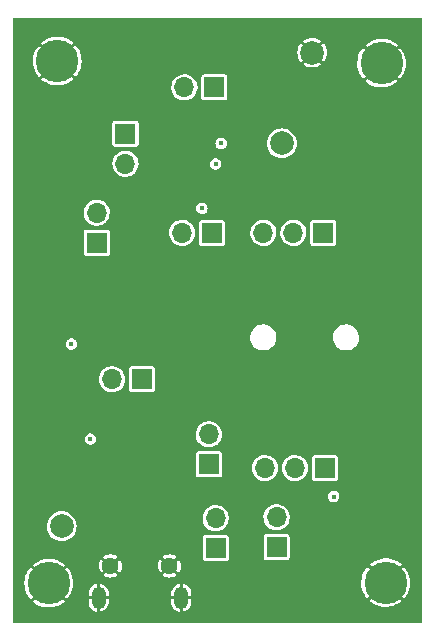
<source format=gbr>
%TF.GenerationSoftware,KiCad,Pcbnew,(6.0.9)*%
%TF.CreationDate,2022-12-23T15:52:02-08:00*%
%TF.ProjectId,pdm_mic_brd,70646d5f-6d69-4635-9f62-72642e6b6963,rev?*%
%TF.SameCoordinates,Original*%
%TF.FileFunction,Copper,L3,Inr*%
%TF.FilePolarity,Positive*%
%FSLAX46Y46*%
G04 Gerber Fmt 4.6, Leading zero omitted, Abs format (unit mm)*
G04 Created by KiCad (PCBNEW (6.0.9)) date 2022-12-23 15:52:02*
%MOMM*%
%LPD*%
G01*
G04 APERTURE LIST*
%TA.AperFunction,ComponentPad*%
%ADD10R,1.700000X1.700000*%
%TD*%
%TA.AperFunction,ComponentPad*%
%ADD11O,1.700000X1.700000*%
%TD*%
%TA.AperFunction,ComponentPad*%
%ADD12C,3.600000*%
%TD*%
%TA.AperFunction,ComponentPad*%
%ADD13C,2.000000*%
%TD*%
%TA.AperFunction,ComponentPad*%
%ADD14C,1.450000*%
%TD*%
%TA.AperFunction,ComponentPad*%
%ADD15O,1.200000X1.900000*%
%TD*%
%TA.AperFunction,ViaPad*%
%ADD16C,0.450000*%
%TD*%
G04 APERTURE END LIST*
D10*
%TO.N,Net-(J6-Pad1)*%
%TO.C,J6*%
X115555000Y-42088000D03*
D11*
%TO.N,PDAT_SMA*%
X115555000Y-44628000D03*
%TD*%
D10*
%TO.N,PDAT_SMA*%
%TO.C,J5*%
X113118000Y-51322000D03*
D11*
%TO.N,Net-(J4-Pad1)*%
X113118000Y-48782000D03*
%TD*%
D10*
%TO.N,Net-(J1-Pad1)*%
%TO.C,J1*%
X116948000Y-62889000D03*
D11*
%TO.N,Net-(C2-Pad1)*%
X114408000Y-62889000D03*
%TD*%
D12*
%TO.N,GND*%
%TO.C,H4*%
X137238000Y-36127000D03*
%TD*%
D10*
%TO.N,Net-(C6-Pad2)*%
%TO.C,J11*%
X128350000Y-77108000D03*
D11*
%TO.N,Net-(J11-Pad2)*%
X128350000Y-74568000D03*
%TD*%
D12*
%TO.N,GND*%
%TO.C,H1*%
X109792000Y-35945000D03*
%TD*%
D10*
%TO.N,Net-(J13-Pad1)*%
%TO.C,J13*%
X132309000Y-50486000D03*
D11*
%TO.N,Net-(C7-Pad2)*%
X129769000Y-50486000D03*
%TO.N,LEFT*%
X127229000Y-50486000D03*
%TD*%
D10*
%TO.N,Net-(J7-Pad1)*%
%TO.C,J7*%
X122614000Y-70090000D03*
D11*
%TO.N,PDAT_SMA*%
X122614000Y-67550000D03*
%TD*%
D13*
%TO.N,V_IN*%
%TO.C,TP1*%
X110153000Y-75324000D03*
%TD*%
D10*
%TO.N,Net-(C7-Pad2)*%
%TO.C,J10*%
X122881000Y-50500000D03*
D11*
%TO.N,Net-(J10-Pad2)*%
X120341000Y-50500000D03*
%TD*%
D10*
%TO.N,Net-(J9-Pad1)*%
%TO.C,J9*%
X123193000Y-77189000D03*
D11*
%TO.N,CLK_SMA*%
X123193000Y-74649000D03*
%TD*%
D10*
%TO.N,Net-(J8-Pad1)*%
%TO.C,J8*%
X123087000Y-38177000D03*
D11*
%TO.N,CLK_SMA*%
X120547000Y-38177000D03*
%TD*%
D13*
%TO.N,VDDA*%
%TO.C,TP3*%
X128799000Y-42912000D03*
%TD*%
D12*
%TO.N,GND*%
%TO.C,H3*%
X137576000Y-80097000D03*
%TD*%
D10*
%TO.N,Net-(J12-Pad1)*%
%TO.C,J12*%
X132436000Y-70413000D03*
D11*
%TO.N,Net-(C6-Pad2)*%
X129896000Y-70413000D03*
%TO.N,RIGHT*%
X127356000Y-70413000D03*
%TD*%
D13*
%TO.N,GND*%
%TO.C,TP2*%
X131362000Y-35232000D03*
%TD*%
D14*
%TO.N,GND*%
%TO.C,J2*%
X114283000Y-78697000D03*
D15*
X113283000Y-81397000D03*
D14*
X119283000Y-78697000D03*
D15*
X120283000Y-81397000D03*
%TD*%
D12*
%TO.N,GND*%
%TO.C,H2*%
X109064000Y-80154000D03*
%TD*%
D16*
%TO.N,GND*%
X121300000Y-47233000D03*
X131686000Y-78889500D03*
X134419000Y-57384000D03*
X111432000Y-59342000D03*
X136271000Y-48144000D03*
X136201000Y-44153000D03*
X112401000Y-72025000D03*
X115875000Y-80088000D03*
X121736000Y-37515000D03*
X110636000Y-63603000D03*
X132596000Y-79864500D03*
X121407000Y-44301000D03*
X110436000Y-44223000D03*
X118125000Y-77568000D03*
X121718000Y-38955000D03*
X114849869Y-70996993D03*
X113730000Y-59152000D03*
X114808000Y-72015000D03*
X133848000Y-72860000D03*
X113030000Y-57810000D03*
X115538000Y-66601000D03*
X110645000Y-56227000D03*
X136260000Y-49757000D03*
X111417000Y-60469000D03*
X110412000Y-49834000D03*
X133799000Y-78239000D03*
X115759000Y-74889000D03*
X122614500Y-41907496D03*
X110449000Y-42643000D03*
X131259000Y-73702000D03*
X112376000Y-70831000D03*
X136297000Y-68854000D03*
X136335000Y-72975000D03*
X117601000Y-75845000D03*
X120148000Y-45208000D03*
X136219000Y-42503000D03*
X111876000Y-67659000D03*
X136291000Y-67358000D03*
X110659000Y-61913000D03*
X136324000Y-74525000D03*
X117799000Y-80145000D03*
X117354000Y-65984000D03*
X110412000Y-48333000D03*
X115080000Y-73614000D03*
X113569126Y-68154186D03*
X110645000Y-57943000D03*
%TO.N,VDDA*%
X112594000Y-67959000D03*
X122027000Y-48415000D03*
X133190000Y-72819000D03*
%TO.N,V_PDM_L*%
X123655000Y-42917000D03*
X123194000Y-44660000D03*
%TO.N,CLK_SMA*%
X110976000Y-59898000D03*
%TD*%
%TA.AperFunction,Conductor*%
%TO.N,GND*%
G36*
X140660548Y-32305452D02*
G01*
X140679000Y-32350000D01*
X140679000Y-83468500D01*
X140660548Y-83513048D01*
X140616000Y-83531500D01*
X106098000Y-83531500D01*
X106053452Y-83513048D01*
X106035000Y-83468500D01*
X106035000Y-81693981D01*
X107708815Y-81693981D01*
X107711565Y-81700621D01*
X107852217Y-81818223D01*
X107855687Y-81820745D01*
X108089291Y-81967286D01*
X108093076Y-81969315D01*
X108344395Y-82082789D01*
X108348421Y-82084286D01*
X108612829Y-82162607D01*
X108617013Y-82163542D01*
X108889603Y-82205254D01*
X108893870Y-82205613D01*
X109169601Y-82209944D01*
X109173878Y-82209720D01*
X109447656Y-82176590D01*
X109451852Y-82175790D01*
X109718597Y-82105811D01*
X109722660Y-82104443D01*
X109977427Y-81998914D01*
X109981270Y-81997007D01*
X110219367Y-81857874D01*
X110222903Y-81855471D01*
X110304288Y-81791657D01*
X112429000Y-81791657D01*
X112429183Y-81795045D01*
X112443635Y-81928078D01*
X112445091Y-81934698D01*
X112502095Y-82104083D01*
X112504947Y-82110255D01*
X112596992Y-82263442D01*
X112601100Y-82268855D01*
X112723893Y-82398705D01*
X112729068Y-82403110D01*
X112876881Y-82503563D01*
X112882878Y-82506752D01*
X113048818Y-82573123D01*
X113055357Y-82574949D01*
X113143636Y-82589564D01*
X113152978Y-82587390D01*
X113155714Y-82582995D01*
X113410000Y-82582995D01*
X113413299Y-82590960D01*
X113422082Y-82594332D01*
X113423630Y-82594081D01*
X113595945Y-82546616D01*
X113602247Y-82544121D01*
X113760348Y-82460765D01*
X113765974Y-82456970D01*
X113902489Y-82341606D01*
X113907158Y-82336703D01*
X114015716Y-82194715D01*
X114019232Y-82188910D01*
X114094764Y-82026931D01*
X114096950Y-82020510D01*
X114136119Y-81845275D01*
X114136826Y-81840179D01*
X114136950Y-81837957D01*
X114137000Y-81836175D01*
X114137000Y-81791657D01*
X119429000Y-81791657D01*
X119429183Y-81795045D01*
X119443635Y-81928078D01*
X119445091Y-81934698D01*
X119502095Y-82104083D01*
X119504947Y-82110255D01*
X119596992Y-82263442D01*
X119601100Y-82268855D01*
X119723893Y-82398705D01*
X119729068Y-82403110D01*
X119876881Y-82503563D01*
X119882878Y-82506752D01*
X120048818Y-82573123D01*
X120055357Y-82574949D01*
X120143636Y-82589564D01*
X120152978Y-82587390D01*
X120155714Y-82582995D01*
X120410000Y-82582995D01*
X120413299Y-82590960D01*
X120422082Y-82594332D01*
X120423630Y-82594081D01*
X120595945Y-82546616D01*
X120602247Y-82544121D01*
X120760348Y-82460765D01*
X120765974Y-82456970D01*
X120902489Y-82341606D01*
X120907158Y-82336703D01*
X121015716Y-82194715D01*
X121019232Y-82188910D01*
X121094764Y-82026931D01*
X121096950Y-82020510D01*
X121136119Y-81845275D01*
X121136826Y-81840179D01*
X121136950Y-81837957D01*
X121137000Y-81836175D01*
X121137000Y-81636981D01*
X136220815Y-81636981D01*
X136223565Y-81643621D01*
X136364217Y-81761223D01*
X136367687Y-81763745D01*
X136601291Y-81910286D01*
X136605076Y-81912315D01*
X136856395Y-82025789D01*
X136860421Y-82027286D01*
X137124829Y-82105607D01*
X137129013Y-82106542D01*
X137401603Y-82148254D01*
X137405870Y-82148613D01*
X137681601Y-82152944D01*
X137685878Y-82152720D01*
X137959656Y-82119590D01*
X137963852Y-82118790D01*
X138230597Y-82048811D01*
X138234660Y-82047443D01*
X138489427Y-81941914D01*
X138493270Y-81940007D01*
X138731367Y-81800874D01*
X138734903Y-81798471D01*
X138928485Y-81646684D01*
X138933194Y-81638328D01*
X138931440Y-81632045D01*
X137584862Y-80285467D01*
X137576000Y-80281796D01*
X137567138Y-80285467D01*
X136224486Y-81628119D01*
X136220815Y-81636981D01*
X121137000Y-81636981D01*
X121137000Y-81536533D01*
X121133329Y-81527671D01*
X121124467Y-81524000D01*
X120422533Y-81524000D01*
X120413671Y-81527671D01*
X120410000Y-81536533D01*
X120410000Y-82582995D01*
X120155714Y-82582995D01*
X120156000Y-82582536D01*
X120156000Y-81536533D01*
X120152329Y-81527671D01*
X120143467Y-81524000D01*
X119441533Y-81524000D01*
X119432671Y-81527671D01*
X119429000Y-81536533D01*
X119429000Y-81791657D01*
X114137000Y-81791657D01*
X114137000Y-81536533D01*
X114133329Y-81527671D01*
X114124467Y-81524000D01*
X113422533Y-81524000D01*
X113413671Y-81527671D01*
X113410000Y-81536533D01*
X113410000Y-82582995D01*
X113155714Y-82582995D01*
X113156000Y-82582536D01*
X113156000Y-81536533D01*
X113152329Y-81527671D01*
X113143467Y-81524000D01*
X112441533Y-81524000D01*
X112432671Y-81527671D01*
X112429000Y-81536533D01*
X112429000Y-81791657D01*
X110304288Y-81791657D01*
X110416485Y-81703684D01*
X110421194Y-81695328D01*
X110419440Y-81689045D01*
X109072862Y-80342467D01*
X109064000Y-80338796D01*
X109055138Y-80342467D01*
X107712486Y-81685119D01*
X107708815Y-81693981D01*
X106035000Y-81693981D01*
X106035000Y-80134584D01*
X107005437Y-80134584D01*
X107021311Y-80409904D01*
X107021846Y-80414137D01*
X107074939Y-80684754D01*
X107076046Y-80688884D01*
X107165372Y-80949786D01*
X107167033Y-80953736D01*
X107290938Y-81200093D01*
X107293119Y-81203782D01*
X107449319Y-81431054D01*
X107451973Y-81434403D01*
X107515965Y-81504729D01*
X107523852Y-81508441D01*
X107533804Y-81504591D01*
X108875533Y-80162862D01*
X108879204Y-80154000D01*
X109248796Y-80154000D01*
X109252467Y-80162862D01*
X110596129Y-81506524D01*
X110604723Y-81510084D01*
X110613891Y-81506201D01*
X110635007Y-81484411D01*
X110637775Y-81481136D01*
X110801027Y-81258896D01*
X110801934Y-81257467D01*
X112429000Y-81257467D01*
X112432671Y-81266329D01*
X112441533Y-81270000D01*
X113143467Y-81270000D01*
X113152329Y-81266329D01*
X113156000Y-81257467D01*
X113410000Y-81257467D01*
X113413671Y-81266329D01*
X113422533Y-81270000D01*
X114124467Y-81270000D01*
X114133329Y-81266329D01*
X114137000Y-81257467D01*
X119429000Y-81257467D01*
X119432671Y-81266329D01*
X119441533Y-81270000D01*
X120143467Y-81270000D01*
X120152329Y-81266329D01*
X120156000Y-81257467D01*
X120410000Y-81257467D01*
X120413671Y-81266329D01*
X120422533Y-81270000D01*
X121124467Y-81270000D01*
X121133329Y-81266329D01*
X121137000Y-81257467D01*
X121137000Y-81002343D01*
X121136817Y-80998955D01*
X121122365Y-80865922D01*
X121120909Y-80859302D01*
X121063905Y-80689917D01*
X121061053Y-80683745D01*
X120969008Y-80530558D01*
X120964900Y-80525145D01*
X120842107Y-80395295D01*
X120836932Y-80390890D01*
X120689119Y-80290437D01*
X120683122Y-80287248D01*
X120517182Y-80220877D01*
X120510643Y-80219051D01*
X120422364Y-80204436D01*
X120413022Y-80206610D01*
X120410000Y-80211464D01*
X120410000Y-81257467D01*
X120156000Y-81257467D01*
X120156000Y-80211005D01*
X120152701Y-80203040D01*
X120143918Y-80199668D01*
X120142370Y-80199919D01*
X119970055Y-80247384D01*
X119963753Y-80249879D01*
X119805652Y-80333235D01*
X119800026Y-80337030D01*
X119663511Y-80452394D01*
X119658842Y-80457297D01*
X119550284Y-80599285D01*
X119546768Y-80605090D01*
X119471236Y-80767069D01*
X119469050Y-80773490D01*
X119429881Y-80948725D01*
X119429174Y-80953821D01*
X119429050Y-80956043D01*
X119429000Y-80957825D01*
X119429000Y-81257467D01*
X114137000Y-81257467D01*
X114137000Y-81002343D01*
X114136817Y-80998955D01*
X114122365Y-80865922D01*
X114120909Y-80859302D01*
X114063905Y-80689917D01*
X114061053Y-80683745D01*
X113969008Y-80530558D01*
X113964900Y-80525145D01*
X113842107Y-80395295D01*
X113836932Y-80390890D01*
X113689119Y-80290437D01*
X113683122Y-80287248D01*
X113517182Y-80220877D01*
X113510643Y-80219051D01*
X113422364Y-80204436D01*
X113413022Y-80206610D01*
X113410000Y-80211464D01*
X113410000Y-81257467D01*
X113156000Y-81257467D01*
X113156000Y-80211005D01*
X113152701Y-80203040D01*
X113143918Y-80199668D01*
X113142370Y-80199919D01*
X112970055Y-80247384D01*
X112963753Y-80249879D01*
X112805652Y-80333235D01*
X112800026Y-80337030D01*
X112663511Y-80452394D01*
X112658842Y-80457297D01*
X112550284Y-80599285D01*
X112546768Y-80605090D01*
X112471236Y-80767069D01*
X112469050Y-80773490D01*
X112429881Y-80948725D01*
X112429174Y-80953821D01*
X112429050Y-80956043D01*
X112429000Y-80957825D01*
X112429000Y-81257467D01*
X110801934Y-81257467D01*
X110803330Y-81255267D01*
X110934912Y-81012924D01*
X110936692Y-81009036D01*
X111034172Y-80751063D01*
X111035407Y-80746971D01*
X111096975Y-80478154D01*
X111097643Y-80473936D01*
X111122239Y-80198337D01*
X111122361Y-80195891D01*
X111122787Y-80155237D01*
X111122715Y-80152758D01*
X111117590Y-80077584D01*
X135517437Y-80077584D01*
X135533311Y-80352904D01*
X135533846Y-80357137D01*
X135586939Y-80627754D01*
X135588046Y-80631884D01*
X135677372Y-80892786D01*
X135679033Y-80896736D01*
X135802938Y-81143093D01*
X135805119Y-81146782D01*
X135961319Y-81374054D01*
X135963973Y-81377403D01*
X136027965Y-81447729D01*
X136035852Y-81451441D01*
X136045804Y-81447591D01*
X137387533Y-80105862D01*
X137391204Y-80097000D01*
X137760796Y-80097000D01*
X137764467Y-80105862D01*
X139108129Y-81449524D01*
X139116723Y-81453084D01*
X139125891Y-81449201D01*
X139147007Y-81427411D01*
X139149775Y-81424136D01*
X139313027Y-81201896D01*
X139315330Y-81198267D01*
X139446912Y-80955924D01*
X139448692Y-80952036D01*
X139546172Y-80694063D01*
X139547407Y-80689971D01*
X139608975Y-80421154D01*
X139609643Y-80416936D01*
X139634239Y-80141337D01*
X139634361Y-80138891D01*
X139634787Y-80098237D01*
X139634715Y-80095758D01*
X139615898Y-79819726D01*
X139615318Y-79815492D01*
X139559393Y-79545444D01*
X139558244Y-79541328D01*
X139466190Y-79281377D01*
X139464489Y-79277446D01*
X139338006Y-79032389D01*
X139335790Y-79028730D01*
X139177225Y-78803115D01*
X139174525Y-78799780D01*
X139124436Y-78745879D01*
X139116334Y-78742169D01*
X139106620Y-78745985D01*
X137764467Y-80088138D01*
X137760796Y-80097000D01*
X137391204Y-80097000D01*
X137387533Y-80088138D01*
X136044493Y-78745098D01*
X136036078Y-78741612D01*
X136026710Y-78745637D01*
X135991138Y-78783121D01*
X135988419Y-78786408D01*
X135827496Y-79010357D01*
X135825234Y-79014004D01*
X135696197Y-79257715D01*
X135694458Y-79261621D01*
X135599685Y-79520596D01*
X135598489Y-79524712D01*
X135539742Y-79794151D01*
X135539118Y-79798379D01*
X135517482Y-80073300D01*
X135517437Y-80077584D01*
X111117590Y-80077584D01*
X111103898Y-79876726D01*
X111103318Y-79872492D01*
X111047393Y-79602444D01*
X111046244Y-79598328D01*
X111002253Y-79474102D01*
X113690694Y-79474102D01*
X113693520Y-79480925D01*
X113719222Y-79502798D01*
X113724257Y-79506298D01*
X113886472Y-79596957D01*
X113892090Y-79599411D01*
X114068826Y-79656837D01*
X114074818Y-79658154D01*
X114259341Y-79680157D01*
X114265470Y-79680285D01*
X114450749Y-79666029D01*
X114456794Y-79664963D01*
X114635773Y-79614990D01*
X114641495Y-79612771D01*
X114807360Y-79528988D01*
X114812544Y-79525698D01*
X114869783Y-79480978D01*
X114873673Y-79474102D01*
X118690694Y-79474102D01*
X118693520Y-79480925D01*
X118719222Y-79502798D01*
X118724257Y-79506298D01*
X118886472Y-79596957D01*
X118892090Y-79599411D01*
X119068826Y-79656837D01*
X119074818Y-79658154D01*
X119259341Y-79680157D01*
X119265470Y-79680285D01*
X119450749Y-79666029D01*
X119456794Y-79664963D01*
X119635773Y-79614990D01*
X119641495Y-79612771D01*
X119807360Y-79528988D01*
X119812544Y-79525698D01*
X119869783Y-79480978D01*
X119874506Y-79472630D01*
X119872772Y-79466377D01*
X119291862Y-78885467D01*
X119283000Y-78881796D01*
X119274138Y-78885467D01*
X118694365Y-79465240D01*
X118690694Y-79474102D01*
X114873673Y-79474102D01*
X114874506Y-79472630D01*
X114872772Y-79466377D01*
X114291862Y-78885467D01*
X114283000Y-78881796D01*
X114274138Y-78885467D01*
X113694365Y-79465240D01*
X113690694Y-79474102D01*
X111002253Y-79474102D01*
X110954190Y-79338377D01*
X110952489Y-79334446D01*
X110826006Y-79089389D01*
X110823790Y-79085730D01*
X110665225Y-78860115D01*
X110662525Y-78856780D01*
X110612436Y-78802879D01*
X110604334Y-78799169D01*
X110594620Y-78802985D01*
X109252467Y-80145138D01*
X109248796Y-80154000D01*
X108879204Y-80154000D01*
X108875533Y-80145138D01*
X107532493Y-78802098D01*
X107524078Y-78798612D01*
X107514710Y-78802637D01*
X107479138Y-78840121D01*
X107476419Y-78843408D01*
X107315496Y-79067357D01*
X107313234Y-79071004D01*
X107184197Y-79314715D01*
X107182458Y-79318621D01*
X107087685Y-79577596D01*
X107086489Y-79581712D01*
X107027742Y-79851151D01*
X107027118Y-79855379D01*
X107005482Y-80130300D01*
X107005437Y-80134584D01*
X106035000Y-80134584D01*
X106035000Y-78613437D01*
X107707631Y-78613437D01*
X107709510Y-78619905D01*
X109055138Y-79965533D01*
X109064000Y-79969204D01*
X109072862Y-79965533D01*
X110352057Y-78686338D01*
X113299617Y-78686338D01*
X113315167Y-78871519D01*
X113316271Y-78877537D01*
X113367497Y-79056184D01*
X113369750Y-79061873D01*
X113454697Y-79227160D01*
X113458017Y-79232312D01*
X113498899Y-79283891D01*
X113507280Y-79288556D01*
X113513655Y-79286740D01*
X114094533Y-78705862D01*
X114098204Y-78697000D01*
X114467796Y-78697000D01*
X114471467Y-78705862D01*
X115051497Y-79285892D01*
X115059100Y-79289041D01*
X115069335Y-79284355D01*
X115084843Y-79266390D01*
X115088378Y-79261378D01*
X115180165Y-79099803D01*
X115182661Y-79094197D01*
X115241320Y-78917865D01*
X115242677Y-78911891D01*
X115266133Y-78726212D01*
X115266378Y-78722714D01*
X115266712Y-78698767D01*
X115266564Y-78695237D01*
X115265691Y-78686338D01*
X118299617Y-78686338D01*
X118315167Y-78871519D01*
X118316271Y-78877537D01*
X118367497Y-79056184D01*
X118369750Y-79061873D01*
X118454697Y-79227160D01*
X118458017Y-79232312D01*
X118498899Y-79283891D01*
X118507280Y-79288556D01*
X118513655Y-79286740D01*
X119094533Y-78705862D01*
X119098204Y-78697000D01*
X119467796Y-78697000D01*
X119471467Y-78705862D01*
X120051497Y-79285892D01*
X120059100Y-79289041D01*
X120069335Y-79284355D01*
X120084843Y-79266390D01*
X120088378Y-79261378D01*
X120180165Y-79099803D01*
X120182661Y-79094197D01*
X120241320Y-78917865D01*
X120242677Y-78911891D01*
X120266133Y-78726212D01*
X120266378Y-78722714D01*
X120266712Y-78698767D01*
X120266564Y-78695237D01*
X120252955Y-78556437D01*
X136219631Y-78556437D01*
X136221510Y-78562905D01*
X137567138Y-79908533D01*
X137576000Y-79912204D01*
X137584862Y-79908533D01*
X138928010Y-78565385D01*
X138931681Y-78556523D01*
X138929018Y-78550095D01*
X138770279Y-78420169D01*
X138766798Y-78417696D01*
X138531666Y-78273607D01*
X138527872Y-78271623D01*
X138275354Y-78160775D01*
X138271334Y-78159328D01*
X138006108Y-78083777D01*
X138001925Y-78082888D01*
X137728918Y-78044033D01*
X137724629Y-78043718D01*
X137448878Y-78042274D01*
X137444596Y-78042544D01*
X137171191Y-78078538D01*
X137166992Y-78079385D01*
X136900995Y-78152153D01*
X136896961Y-78153558D01*
X136643301Y-78261753D01*
X136639478Y-78263701D01*
X136402861Y-78405313D01*
X136399335Y-78407764D01*
X136224252Y-78548032D01*
X136219631Y-78556437D01*
X120252955Y-78556437D01*
X120248303Y-78508990D01*
X120247112Y-78502976D01*
X120193399Y-78325073D01*
X120191067Y-78319412D01*
X120103821Y-78155328D01*
X120100426Y-78150218D01*
X120067450Y-78109786D01*
X120059006Y-78105240D01*
X120052376Y-78107229D01*
X119471467Y-78688138D01*
X119467796Y-78697000D01*
X119098204Y-78697000D01*
X119094533Y-78688138D01*
X118514984Y-78108589D01*
X118506122Y-78104918D01*
X118499446Y-78107683D01*
X118473285Y-78138861D01*
X118469820Y-78143922D01*
X118380300Y-78306760D01*
X118377880Y-78312406D01*
X118321693Y-78489528D01*
X118320416Y-78495538D01*
X118299703Y-78680198D01*
X118299617Y-78686338D01*
X115265691Y-78686338D01*
X115248303Y-78508990D01*
X115247112Y-78502976D01*
X115193399Y-78325073D01*
X115191067Y-78319412D01*
X115103821Y-78155328D01*
X115100426Y-78150218D01*
X115067450Y-78109786D01*
X115059006Y-78105240D01*
X115052376Y-78107229D01*
X114471467Y-78688138D01*
X114467796Y-78697000D01*
X114098204Y-78697000D01*
X114094533Y-78688138D01*
X113514984Y-78108589D01*
X113506122Y-78104918D01*
X113499446Y-78107683D01*
X113473285Y-78138861D01*
X113469820Y-78143922D01*
X113380300Y-78306760D01*
X113377880Y-78312406D01*
X113321693Y-78489528D01*
X113320416Y-78495538D01*
X113299703Y-78680198D01*
X113299617Y-78686338D01*
X110352057Y-78686338D01*
X110416010Y-78622385D01*
X110419681Y-78613523D01*
X110417018Y-78607095D01*
X110258279Y-78477169D01*
X110254798Y-78474696D01*
X110019666Y-78330607D01*
X110015872Y-78328623D01*
X109763354Y-78217775D01*
X109759334Y-78216328D01*
X109494108Y-78140777D01*
X109489925Y-78139888D01*
X109216918Y-78101033D01*
X109212629Y-78100718D01*
X108936878Y-78099274D01*
X108932596Y-78099544D01*
X108659191Y-78135538D01*
X108654992Y-78136385D01*
X108388995Y-78209153D01*
X108384961Y-78210558D01*
X108131301Y-78318753D01*
X108127478Y-78320701D01*
X107890861Y-78462313D01*
X107887335Y-78464764D01*
X107712252Y-78605032D01*
X107707631Y-78613437D01*
X106035000Y-78613437D01*
X106035000Y-77921154D01*
X113691358Y-77921154D01*
X113693259Y-77927654D01*
X114274138Y-78508533D01*
X114283000Y-78512204D01*
X114291862Y-78508533D01*
X114871220Y-77929175D01*
X114874543Y-77921154D01*
X118691358Y-77921154D01*
X118693259Y-77927654D01*
X119274138Y-78508533D01*
X119283000Y-78512204D01*
X119291862Y-78508533D01*
X119871220Y-77929175D01*
X119874891Y-77920313D01*
X119872185Y-77913780D01*
X119835471Y-77883407D01*
X119830391Y-77879981D01*
X119666919Y-77791592D01*
X119661277Y-77789220D01*
X119483751Y-77734267D01*
X119477742Y-77733034D01*
X119292926Y-77713608D01*
X119286807Y-77713566D01*
X119101733Y-77730409D01*
X119095711Y-77731558D01*
X118917440Y-77784025D01*
X118911758Y-77786321D01*
X118747067Y-77872419D01*
X118741943Y-77875773D01*
X118695965Y-77912740D01*
X118691358Y-77921154D01*
X114874543Y-77921154D01*
X114874891Y-77920313D01*
X114872185Y-77913780D01*
X114835471Y-77883407D01*
X114830391Y-77879981D01*
X114666919Y-77791592D01*
X114661277Y-77789220D01*
X114483751Y-77734267D01*
X114477742Y-77733034D01*
X114292926Y-77713608D01*
X114286807Y-77713566D01*
X114101733Y-77730409D01*
X114095711Y-77731558D01*
X113917440Y-77784025D01*
X113911758Y-77786321D01*
X113747067Y-77872419D01*
X113741943Y-77875773D01*
X113695965Y-77912740D01*
X113691358Y-77921154D01*
X106035000Y-77921154D01*
X106035000Y-75324000D01*
X108893708Y-75324000D01*
X108912839Y-75542674D01*
X108940434Y-75645657D01*
X108968056Y-75748742D01*
X108969653Y-75754703D01*
X109062421Y-75953646D01*
X109063994Y-75955892D01*
X109063996Y-75955896D01*
X109186750Y-76131207D01*
X109186753Y-76131211D01*
X109188326Y-76133457D01*
X109343543Y-76288674D01*
X109345789Y-76290247D01*
X109345793Y-76290250D01*
X109521104Y-76413004D01*
X109521108Y-76413006D01*
X109523354Y-76414579D01*
X109525846Y-76415741D01*
X109719804Y-76506185D01*
X109719809Y-76506187D01*
X109722297Y-76507347D01*
X109724950Y-76508058D01*
X109724953Y-76508059D01*
X109931665Y-76563448D01*
X109934326Y-76564161D01*
X110153000Y-76583292D01*
X110371674Y-76564161D01*
X110374335Y-76563448D01*
X110581047Y-76508059D01*
X110581050Y-76508058D01*
X110583703Y-76507347D01*
X110586191Y-76506187D01*
X110586196Y-76506185D01*
X110780154Y-76415741D01*
X110782646Y-76414579D01*
X110784892Y-76413006D01*
X110784896Y-76413004D01*
X110926384Y-76313933D01*
X122088500Y-76313933D01*
X122088501Y-78064066D01*
X122089104Y-78067096D01*
X122089104Y-78067100D01*
X122096626Y-78104918D01*
X122103266Y-78138301D01*
X122106715Y-78143462D01*
X122106715Y-78143463D01*
X122156066Y-78217321D01*
X122159516Y-78222484D01*
X122164679Y-78225934D01*
X122238538Y-78275286D01*
X122238540Y-78275287D01*
X122243699Y-78278734D01*
X122249785Y-78279945D01*
X122249786Y-78279945D01*
X122269952Y-78283956D01*
X122317933Y-78293500D01*
X123192575Y-78293500D01*
X124068066Y-78293499D01*
X124071096Y-78292896D01*
X124071100Y-78292896D01*
X124136214Y-78279945D01*
X124136216Y-78279944D01*
X124142301Y-78278734D01*
X124226484Y-78222484D01*
X124229934Y-78217321D01*
X124279286Y-78143462D01*
X124279287Y-78143460D01*
X124282734Y-78138301D01*
X124297500Y-78064067D01*
X124297499Y-76313934D01*
X124296896Y-76310899D01*
X124283945Y-76245786D01*
X124283944Y-76245784D01*
X124282734Y-76239699D01*
X124278213Y-76232933D01*
X127245500Y-76232933D01*
X127245501Y-77983066D01*
X127246104Y-77986096D01*
X127246104Y-77986100D01*
X127257277Y-78042274D01*
X127260266Y-78057301D01*
X127263715Y-78062462D01*
X127263715Y-78062463D01*
X127294536Y-78108589D01*
X127316516Y-78141484D01*
X127321679Y-78144934D01*
X127395538Y-78194286D01*
X127395540Y-78194287D01*
X127400699Y-78197734D01*
X127406785Y-78198945D01*
X127406786Y-78198945D01*
X127426952Y-78202956D01*
X127474933Y-78212500D01*
X128349575Y-78212500D01*
X129225066Y-78212499D01*
X129228096Y-78211896D01*
X129228100Y-78211896D01*
X129293214Y-78198945D01*
X129293216Y-78198944D01*
X129299301Y-78197734D01*
X129354614Y-78160775D01*
X129378321Y-78144934D01*
X129383484Y-78141484D01*
X129405464Y-78108589D01*
X129436286Y-78062462D01*
X129436287Y-78062460D01*
X129439734Y-78057301D01*
X129454500Y-77983067D01*
X129454499Y-76232934D01*
X129453896Y-76229899D01*
X129440945Y-76164786D01*
X129440944Y-76164784D01*
X129439734Y-76158699D01*
X129399213Y-76098055D01*
X129386934Y-76079679D01*
X129383484Y-76074516D01*
X129304463Y-76021715D01*
X129304462Y-76021714D01*
X129304460Y-76021713D01*
X129299301Y-76018266D01*
X129293215Y-76017055D01*
X129293214Y-76017055D01*
X129273048Y-76013044D01*
X129225067Y-76003500D01*
X128350425Y-76003500D01*
X127474934Y-76003501D01*
X127471904Y-76004104D01*
X127471900Y-76004104D01*
X127406786Y-76017055D01*
X127406784Y-76017056D01*
X127400699Y-76018266D01*
X127316516Y-76074516D01*
X127313066Y-76079679D01*
X127263714Y-76153538D01*
X127263713Y-76153540D01*
X127260266Y-76158699D01*
X127245500Y-76232933D01*
X124278213Y-76232933D01*
X124276187Y-76229900D01*
X124229934Y-76160679D01*
X124226484Y-76155516D01*
X124193471Y-76133457D01*
X124147462Y-76102714D01*
X124147460Y-76102713D01*
X124142301Y-76099266D01*
X124136215Y-76098055D01*
X124136214Y-76098055D01*
X124116048Y-76094044D01*
X124068067Y-76084500D01*
X123193425Y-76084500D01*
X122317934Y-76084501D01*
X122314904Y-76085104D01*
X122314900Y-76085104D01*
X122249786Y-76098055D01*
X122249784Y-76098056D01*
X122243699Y-76099266D01*
X122238539Y-76102714D01*
X122238537Y-76102715D01*
X122192529Y-76133457D01*
X122159516Y-76155516D01*
X122156066Y-76160679D01*
X122106714Y-76234538D01*
X122106713Y-76234540D01*
X122103266Y-76239699D01*
X122088500Y-76313933D01*
X110926384Y-76313933D01*
X110960207Y-76290250D01*
X110960211Y-76290247D01*
X110962457Y-76288674D01*
X111117674Y-76133457D01*
X111119247Y-76131211D01*
X111119250Y-76131207D01*
X111242004Y-75955896D01*
X111242006Y-75955892D01*
X111243579Y-75953646D01*
X111336347Y-75754703D01*
X111337945Y-75748742D01*
X111365566Y-75645657D01*
X111393161Y-75542674D01*
X111412292Y-75324000D01*
X111393161Y-75105326D01*
X111349101Y-74940893D01*
X111337059Y-74895953D01*
X111337058Y-74895950D01*
X111336347Y-74893297D01*
X111306681Y-74829676D01*
X111244741Y-74696846D01*
X111243579Y-74694354D01*
X111197038Y-74627886D01*
X111191491Y-74619964D01*
X122084148Y-74619964D01*
X122097424Y-74822522D01*
X122098133Y-74825315D01*
X122098134Y-74825319D01*
X122127487Y-74940893D01*
X122147392Y-75019269D01*
X122232377Y-75203616D01*
X122349533Y-75369389D01*
X122494938Y-75511035D01*
X122544200Y-75543951D01*
X122660715Y-75621804D01*
X122663720Y-75623812D01*
X122666371Y-75624951D01*
X122755543Y-75663262D01*
X122850228Y-75703942D01*
X123048216Y-75748742D01*
X123051104Y-75748855D01*
X123051108Y-75748856D01*
X123149635Y-75752727D01*
X123251053Y-75756712D01*
X123451945Y-75727584D01*
X123644165Y-75662334D01*
X123715812Y-75622210D01*
X123818755Y-75564559D01*
X123818756Y-75564558D01*
X123821276Y-75563147D01*
X123842699Y-75545330D01*
X123975123Y-75435193D01*
X123977345Y-75433345D01*
X124032497Y-75367032D01*
X124105301Y-75279496D01*
X124105303Y-75279493D01*
X124107147Y-75277276D01*
X124206334Y-75100165D01*
X124271584Y-74907945D01*
X124300712Y-74707053D01*
X124300761Y-74705198D01*
X124302184Y-74650851D01*
X124302184Y-74650843D01*
X124302232Y-74649000D01*
X124292121Y-74538964D01*
X127241148Y-74538964D01*
X127254424Y-74741522D01*
X127255133Y-74744315D01*
X127255134Y-74744319D01*
X127296691Y-74907945D01*
X127304392Y-74938269D01*
X127389377Y-75122616D01*
X127506533Y-75288389D01*
X127651938Y-75430035D01*
X127727166Y-75480301D01*
X127816407Y-75539930D01*
X127820720Y-75542812D01*
X127823371Y-75543951D01*
X127912543Y-75582262D01*
X128007228Y-75622942D01*
X128205216Y-75667742D01*
X128208104Y-75667855D01*
X128208108Y-75667856D01*
X128306634Y-75671727D01*
X128408053Y-75675712D01*
X128608945Y-75646584D01*
X128801165Y-75581334D01*
X128978276Y-75482147D01*
X129039626Y-75431123D01*
X129132123Y-75354193D01*
X129134345Y-75352345D01*
X129264147Y-75196276D01*
X129315082Y-75105326D01*
X129361921Y-75021688D01*
X129363334Y-75019165D01*
X129405159Y-74895953D01*
X129427657Y-74829676D01*
X129427657Y-74829675D01*
X129428584Y-74826945D01*
X129457712Y-74626053D01*
X129457796Y-74622844D01*
X129459184Y-74569851D01*
X129459184Y-74569843D01*
X129459232Y-74568000D01*
X129445484Y-74418378D01*
X129440922Y-74368731D01*
X129440922Y-74368730D01*
X129440658Y-74365859D01*
X129403751Y-74234996D01*
X129386341Y-74173265D01*
X129386339Y-74173260D01*
X129385557Y-74170487D01*
X129295776Y-73988428D01*
X129174320Y-73825779D01*
X129025258Y-73687987D01*
X128853581Y-73579667D01*
X128850903Y-73578599D01*
X128850900Y-73578597D01*
X128667721Y-73505516D01*
X128665039Y-73504446D01*
X128662208Y-73503883D01*
X128662205Y-73503882D01*
X128468777Y-73465407D01*
X128468776Y-73465407D01*
X128465946Y-73464844D01*
X128463067Y-73464806D01*
X128463064Y-73464806D01*
X128344647Y-73463256D01*
X128262971Y-73462187D01*
X128129829Y-73485065D01*
X128065755Y-73496075D01*
X128065754Y-73496075D01*
X128062910Y-73496564D01*
X128060205Y-73497562D01*
X128060201Y-73497563D01*
X127978382Y-73527748D01*
X127872463Y-73566824D01*
X127698010Y-73670612D01*
X127545392Y-73804455D01*
X127543604Y-73806723D01*
X127466271Y-73904820D01*
X127419720Y-73963869D01*
X127406799Y-73988428D01*
X127326709Y-74140653D01*
X127325203Y-74143515D01*
X127324347Y-74146273D01*
X127324345Y-74146277D01*
X127316828Y-74170487D01*
X127265007Y-74337378D01*
X127241148Y-74538964D01*
X124292121Y-74538964D01*
X124283658Y-74446859D01*
X124274848Y-74415621D01*
X124229341Y-74254265D01*
X124229339Y-74254260D01*
X124228557Y-74251487D01*
X124138776Y-74069428D01*
X124017320Y-73906779D01*
X123868258Y-73768987D01*
X123696581Y-73660667D01*
X123693903Y-73659599D01*
X123693900Y-73659597D01*
X123510721Y-73586516D01*
X123508039Y-73585446D01*
X123505208Y-73584883D01*
X123505205Y-73584882D01*
X123311777Y-73546407D01*
X123311776Y-73546407D01*
X123308946Y-73545844D01*
X123306067Y-73545806D01*
X123306064Y-73545806D01*
X123187647Y-73544256D01*
X123105971Y-73543187D01*
X122974232Y-73565824D01*
X122908755Y-73577075D01*
X122908754Y-73577075D01*
X122905910Y-73577564D01*
X122903205Y-73578562D01*
X122903201Y-73578563D01*
X122821382Y-73608748D01*
X122715463Y-73647824D01*
X122541010Y-73751612D01*
X122388392Y-73885455D01*
X122386604Y-73887723D01*
X122307215Y-73988428D01*
X122262720Y-74044869D01*
X122168203Y-74224515D01*
X122167347Y-74227273D01*
X122167345Y-74227277D01*
X122123423Y-74368731D01*
X122108007Y-74418378D01*
X122084148Y-74619964D01*
X111191491Y-74619964D01*
X111119250Y-74516793D01*
X111119247Y-74516789D01*
X111117674Y-74514543D01*
X110962457Y-74359326D01*
X110960211Y-74357753D01*
X110960207Y-74357750D01*
X110784896Y-74234996D01*
X110784892Y-74234994D01*
X110782646Y-74233421D01*
X110758059Y-74221956D01*
X110586196Y-74141815D01*
X110586191Y-74141813D01*
X110583703Y-74140653D01*
X110581050Y-74139942D01*
X110581047Y-74139941D01*
X110374335Y-74084552D01*
X110371674Y-74083839D01*
X110153000Y-74064708D01*
X109934326Y-74083839D01*
X109931665Y-74084552D01*
X109724953Y-74139941D01*
X109724950Y-74139942D01*
X109722297Y-74140653D01*
X109719809Y-74141813D01*
X109719804Y-74141815D01*
X109547941Y-74221956D01*
X109523354Y-74233421D01*
X109521108Y-74234994D01*
X109521104Y-74234996D01*
X109345793Y-74357750D01*
X109345789Y-74357753D01*
X109343543Y-74359326D01*
X109188326Y-74514543D01*
X109186753Y-74516789D01*
X109186750Y-74516793D01*
X109108962Y-74627886D01*
X109062421Y-74694354D01*
X109061259Y-74696846D01*
X108999320Y-74829676D01*
X108969653Y-74893297D01*
X108968942Y-74895950D01*
X108968941Y-74895953D01*
X108956899Y-74940893D01*
X108912839Y-75105326D01*
X108893708Y-75324000D01*
X106035000Y-75324000D01*
X106035000Y-72813082D01*
X132705605Y-72813082D01*
X132723414Y-72949273D01*
X132778732Y-73074992D01*
X132781618Y-73078425D01*
X132781619Y-73078427D01*
X132864226Y-73176700D01*
X132867111Y-73180132D01*
X132981447Y-73256240D01*
X132985730Y-73257578D01*
X132985732Y-73257579D01*
X133108266Y-73295861D01*
X133112549Y-73297199D01*
X133185766Y-73298541D01*
X133245389Y-73299634D01*
X133245391Y-73299634D01*
X133249876Y-73299716D01*
X133382391Y-73263589D01*
X133386209Y-73261245D01*
X133386213Y-73261243D01*
X133495617Y-73194068D01*
X133495618Y-73194067D01*
X133499439Y-73191721D01*
X133513036Y-73176700D01*
X133588601Y-73093216D01*
X133591612Y-73089890D01*
X133651499Y-72966283D01*
X133674286Y-72830836D01*
X133674431Y-72819000D01*
X133673584Y-72813082D01*
X133655595Y-72687475D01*
X133655594Y-72687473D01*
X133654959Y-72683036D01*
X133598110Y-72558003D01*
X133508453Y-72453951D01*
X133393196Y-72379244D01*
X133388899Y-72377959D01*
X133388897Y-72377958D01*
X133265900Y-72341175D01*
X133261603Y-72339890D01*
X133192929Y-72339471D01*
X133128740Y-72339078D01*
X133128737Y-72339078D01*
X133124255Y-72339051D01*
X133119946Y-72340283D01*
X133119943Y-72340283D01*
X132996509Y-72375561D01*
X132996508Y-72375562D01*
X132992192Y-72376795D01*
X132988395Y-72379191D01*
X132879823Y-72447694D01*
X132879821Y-72447696D01*
X132876031Y-72450087D01*
X132846359Y-72483684D01*
X132788081Y-72549670D01*
X132788079Y-72549673D01*
X132785109Y-72553036D01*
X132726736Y-72677366D01*
X132705605Y-72813082D01*
X106035000Y-72813082D01*
X106035000Y-69214933D01*
X121509500Y-69214933D01*
X121509501Y-70965066D01*
X121510104Y-70968096D01*
X121510104Y-70968100D01*
X121510476Y-70969970D01*
X121524266Y-71039301D01*
X121580516Y-71123484D01*
X121585679Y-71126934D01*
X121659538Y-71176286D01*
X121659540Y-71176287D01*
X121664699Y-71179734D01*
X121670785Y-71180945D01*
X121670786Y-71180945D01*
X121690952Y-71184956D01*
X121738933Y-71194500D01*
X122613575Y-71194500D01*
X123489066Y-71194499D01*
X123492096Y-71193896D01*
X123492100Y-71193896D01*
X123557214Y-71180945D01*
X123557216Y-71180944D01*
X123563301Y-71179734D01*
X123632661Y-71133389D01*
X123642321Y-71126934D01*
X123647484Y-71123484D01*
X123700285Y-71044463D01*
X123700286Y-71044462D01*
X123700287Y-71044460D01*
X123703734Y-71039301D01*
X123718500Y-70965067D01*
X123718500Y-70383964D01*
X126247148Y-70383964D01*
X126260424Y-70586522D01*
X126261133Y-70589315D01*
X126261134Y-70589319D01*
X126282813Y-70674676D01*
X126310392Y-70783269D01*
X126395377Y-70967616D01*
X126512533Y-71133389D01*
X126657938Y-71275035D01*
X126733166Y-71325301D01*
X126796266Y-71367463D01*
X126826720Y-71387812D01*
X126829371Y-71388951D01*
X126918543Y-71427262D01*
X127013228Y-71467942D01*
X127211216Y-71512742D01*
X127214104Y-71512855D01*
X127214108Y-71512856D01*
X127312634Y-71516727D01*
X127414053Y-71520712D01*
X127614945Y-71491584D01*
X127807165Y-71426334D01*
X127912287Y-71367463D01*
X127981755Y-71328559D01*
X127981756Y-71328558D01*
X127984276Y-71327147D01*
X128027617Y-71291101D01*
X128138123Y-71199193D01*
X128140345Y-71197345D01*
X128206069Y-71118321D01*
X128268301Y-71043496D01*
X128268303Y-71043493D01*
X128270147Y-71041276D01*
X128369334Y-70864165D01*
X128434584Y-70671945D01*
X128463712Y-70471053D01*
X128465232Y-70413000D01*
X128462564Y-70383964D01*
X128787148Y-70383964D01*
X128800424Y-70586522D01*
X128801133Y-70589315D01*
X128801134Y-70589319D01*
X128822813Y-70674676D01*
X128850392Y-70783269D01*
X128935377Y-70967616D01*
X129052533Y-71133389D01*
X129197938Y-71275035D01*
X129273166Y-71325301D01*
X129336266Y-71367463D01*
X129366720Y-71387812D01*
X129369371Y-71388951D01*
X129458543Y-71427262D01*
X129553228Y-71467942D01*
X129751216Y-71512742D01*
X129754104Y-71512855D01*
X129754108Y-71512856D01*
X129852634Y-71516727D01*
X129954053Y-71520712D01*
X130154945Y-71491584D01*
X130347165Y-71426334D01*
X130452287Y-71367463D01*
X130521755Y-71328559D01*
X130521756Y-71328558D01*
X130524276Y-71327147D01*
X130567617Y-71291101D01*
X130678123Y-71199193D01*
X130680345Y-71197345D01*
X130746069Y-71118321D01*
X130808301Y-71043496D01*
X130808303Y-71043493D01*
X130810147Y-71041276D01*
X130909334Y-70864165D01*
X130974584Y-70671945D01*
X131003712Y-70471053D01*
X131005232Y-70413000D01*
X130986658Y-70210859D01*
X130977848Y-70179621D01*
X130932341Y-70018265D01*
X130932339Y-70018260D01*
X130931557Y-70015487D01*
X130841776Y-69833428D01*
X130720320Y-69670779D01*
X130576609Y-69537933D01*
X131331500Y-69537933D01*
X131331501Y-71288066D01*
X131332104Y-71291096D01*
X131332104Y-71291100D01*
X131345055Y-71356214D01*
X131346266Y-71362301D01*
X131402516Y-71446484D01*
X131407679Y-71449934D01*
X131481538Y-71499286D01*
X131481540Y-71499287D01*
X131486699Y-71502734D01*
X131492785Y-71503945D01*
X131492786Y-71503945D01*
X131512952Y-71507956D01*
X131560933Y-71517500D01*
X132435575Y-71517500D01*
X133311066Y-71517499D01*
X133314096Y-71516896D01*
X133314100Y-71516896D01*
X133379214Y-71503945D01*
X133379216Y-71503944D01*
X133385301Y-71502734D01*
X133401369Y-71491998D01*
X133464321Y-71449934D01*
X133469484Y-71446484D01*
X133508688Y-71387812D01*
X133522286Y-71367462D01*
X133522287Y-71367460D01*
X133525734Y-71362301D01*
X133540500Y-71288067D01*
X133540499Y-69537934D01*
X133539896Y-69534899D01*
X133526945Y-69469786D01*
X133526944Y-69469784D01*
X133525734Y-69463699D01*
X133498939Y-69423597D01*
X133472934Y-69384679D01*
X133469484Y-69379516D01*
X133390463Y-69326715D01*
X133390462Y-69326714D01*
X133390460Y-69326713D01*
X133385301Y-69323266D01*
X133379215Y-69322055D01*
X133379214Y-69322055D01*
X133359048Y-69318044D01*
X133311067Y-69308500D01*
X132436425Y-69308500D01*
X131560934Y-69308501D01*
X131557904Y-69309104D01*
X131557900Y-69309104D01*
X131492786Y-69322055D01*
X131492784Y-69322056D01*
X131486699Y-69323266D01*
X131402516Y-69379516D01*
X131399066Y-69384679D01*
X131349714Y-69458538D01*
X131349713Y-69458540D01*
X131346266Y-69463699D01*
X131331500Y-69537933D01*
X130576609Y-69537933D01*
X130571258Y-69532987D01*
X130399581Y-69424667D01*
X130396903Y-69423599D01*
X130396900Y-69423597D01*
X130213721Y-69350516D01*
X130211039Y-69349446D01*
X130208208Y-69348883D01*
X130208205Y-69348882D01*
X130014777Y-69310407D01*
X130014776Y-69310407D01*
X130011946Y-69309844D01*
X130009067Y-69309806D01*
X130009064Y-69309806D01*
X129890647Y-69308256D01*
X129808971Y-69307187D01*
X129695326Y-69326715D01*
X129611755Y-69341075D01*
X129611754Y-69341075D01*
X129608910Y-69341564D01*
X129606205Y-69342562D01*
X129606201Y-69342563D01*
X129524382Y-69372748D01*
X129418463Y-69411824D01*
X129244010Y-69515612D01*
X129091392Y-69649455D01*
X128965720Y-69808869D01*
X128871203Y-69988515D01*
X128870347Y-69991273D01*
X128870345Y-69991277D01*
X128862828Y-70015487D01*
X128811007Y-70182378D01*
X128787148Y-70383964D01*
X128462564Y-70383964D01*
X128446658Y-70210859D01*
X128437848Y-70179621D01*
X128392341Y-70018265D01*
X128392339Y-70018260D01*
X128391557Y-70015487D01*
X128301776Y-69833428D01*
X128180320Y-69670779D01*
X128031258Y-69532987D01*
X127859581Y-69424667D01*
X127856903Y-69423599D01*
X127856900Y-69423597D01*
X127673721Y-69350516D01*
X127671039Y-69349446D01*
X127668208Y-69348883D01*
X127668205Y-69348882D01*
X127474777Y-69310407D01*
X127474776Y-69310407D01*
X127471946Y-69309844D01*
X127469067Y-69309806D01*
X127469064Y-69309806D01*
X127350647Y-69308256D01*
X127268971Y-69307187D01*
X127155326Y-69326715D01*
X127071755Y-69341075D01*
X127071754Y-69341075D01*
X127068910Y-69341564D01*
X127066205Y-69342562D01*
X127066201Y-69342563D01*
X126984382Y-69372748D01*
X126878463Y-69411824D01*
X126704010Y-69515612D01*
X126551392Y-69649455D01*
X126425720Y-69808869D01*
X126331203Y-69988515D01*
X126330347Y-69991273D01*
X126330345Y-69991277D01*
X126322828Y-70015487D01*
X126271007Y-70182378D01*
X126247148Y-70383964D01*
X123718500Y-70383964D01*
X123718499Y-69214934D01*
X123717896Y-69211899D01*
X123704945Y-69146786D01*
X123704944Y-69146784D01*
X123703734Y-69140699D01*
X123647484Y-69056516D01*
X123568463Y-69003715D01*
X123568462Y-69003714D01*
X123568460Y-69003713D01*
X123563301Y-69000266D01*
X123557215Y-68999055D01*
X123557214Y-68999055D01*
X123537048Y-68995044D01*
X123489067Y-68985500D01*
X122614425Y-68985500D01*
X121738934Y-68985501D01*
X121735904Y-68986104D01*
X121735900Y-68986104D01*
X121670786Y-68999055D01*
X121670784Y-68999056D01*
X121664699Y-69000266D01*
X121580516Y-69056516D01*
X121577066Y-69061679D01*
X121527714Y-69135538D01*
X121527713Y-69135540D01*
X121524266Y-69140699D01*
X121509500Y-69214933D01*
X106035000Y-69214933D01*
X106035000Y-67953082D01*
X112109605Y-67953082D01*
X112127414Y-68089273D01*
X112182732Y-68214992D01*
X112185618Y-68218425D01*
X112185619Y-68218427D01*
X112229298Y-68270389D01*
X112271111Y-68320132D01*
X112385447Y-68396240D01*
X112389730Y-68397578D01*
X112389732Y-68397579D01*
X112512266Y-68435861D01*
X112516549Y-68437199D01*
X112589766Y-68438541D01*
X112649389Y-68439634D01*
X112649391Y-68439634D01*
X112653876Y-68439716D01*
X112786391Y-68403589D01*
X112790209Y-68401245D01*
X112790213Y-68401243D01*
X112899617Y-68334068D01*
X112899618Y-68334067D01*
X112903439Y-68331721D01*
X112917036Y-68316700D01*
X112958954Y-68270389D01*
X112995612Y-68229890D01*
X113055499Y-68106283D01*
X113078286Y-67970836D01*
X113078431Y-67959000D01*
X113077584Y-67953082D01*
X113059595Y-67827475D01*
X113059594Y-67827473D01*
X113058959Y-67823036D01*
X113002110Y-67698003D01*
X112912453Y-67593951D01*
X112799850Y-67520964D01*
X121505148Y-67520964D01*
X121518424Y-67723522D01*
X121519133Y-67726315D01*
X121519134Y-67726319D01*
X121543698Y-67823036D01*
X121568392Y-67920269D01*
X121653377Y-68104616D01*
X121770533Y-68270389D01*
X121915938Y-68412035D01*
X122084720Y-68524812D01*
X122087371Y-68525951D01*
X122176543Y-68564262D01*
X122271228Y-68604942D01*
X122469216Y-68649742D01*
X122472104Y-68649855D01*
X122472108Y-68649856D01*
X122570634Y-68653727D01*
X122672053Y-68657712D01*
X122872945Y-68628584D01*
X123065165Y-68563334D01*
X123242276Y-68464147D01*
X123274678Y-68437199D01*
X123396123Y-68336193D01*
X123398345Y-68334345D01*
X123494754Y-68218427D01*
X123526301Y-68180496D01*
X123526303Y-68180493D01*
X123528147Y-68178276D01*
X123627334Y-68001165D01*
X123692584Y-67808945D01*
X123721712Y-67608053D01*
X123721761Y-67606198D01*
X123723184Y-67551851D01*
X123723184Y-67551843D01*
X123723232Y-67550000D01*
X123704658Y-67347859D01*
X123695848Y-67316621D01*
X123650341Y-67155265D01*
X123650339Y-67155260D01*
X123649557Y-67152487D01*
X123559776Y-66970428D01*
X123438320Y-66807779D01*
X123289258Y-66669987D01*
X123117581Y-66561667D01*
X123114903Y-66560599D01*
X123114900Y-66560597D01*
X122931721Y-66487516D01*
X122929039Y-66486446D01*
X122926208Y-66485883D01*
X122926205Y-66485882D01*
X122732777Y-66447407D01*
X122732776Y-66447407D01*
X122729946Y-66446844D01*
X122727067Y-66446806D01*
X122727064Y-66446806D01*
X122608647Y-66445256D01*
X122526971Y-66444187D01*
X122393829Y-66467065D01*
X122329755Y-66478075D01*
X122329754Y-66478075D01*
X122326910Y-66478564D01*
X122324205Y-66479562D01*
X122324201Y-66479563D01*
X122242382Y-66509748D01*
X122136463Y-66548824D01*
X121962010Y-66652612D01*
X121809392Y-66786455D01*
X121683720Y-66945869D01*
X121589203Y-67125515D01*
X121588347Y-67128273D01*
X121588345Y-67128277D01*
X121580828Y-67152487D01*
X121529007Y-67319378D01*
X121528668Y-67322245D01*
X121505504Y-67517958D01*
X121505148Y-67520964D01*
X112799850Y-67520964D01*
X112797196Y-67519244D01*
X112792899Y-67517959D01*
X112792897Y-67517958D01*
X112669900Y-67481175D01*
X112665603Y-67479890D01*
X112596929Y-67479471D01*
X112532740Y-67479078D01*
X112532737Y-67479078D01*
X112528255Y-67479051D01*
X112523946Y-67480283D01*
X112523943Y-67480283D01*
X112400509Y-67515561D01*
X112400508Y-67515562D01*
X112396192Y-67516795D01*
X112392395Y-67519191D01*
X112283823Y-67587694D01*
X112283821Y-67587696D01*
X112280031Y-67590087D01*
X112265802Y-67606198D01*
X112192081Y-67689670D01*
X112192079Y-67689673D01*
X112189109Y-67693036D01*
X112130736Y-67817366D01*
X112130045Y-67821804D01*
X112115150Y-67917471D01*
X112109605Y-67953082D01*
X106035000Y-67953082D01*
X106035000Y-62859964D01*
X113299148Y-62859964D01*
X113312424Y-63062522D01*
X113313133Y-63065315D01*
X113313134Y-63065319D01*
X113334813Y-63150676D01*
X113362392Y-63259269D01*
X113447377Y-63443616D01*
X113564533Y-63609389D01*
X113709938Y-63751035D01*
X113785166Y-63801301D01*
X113848266Y-63843463D01*
X113878720Y-63863812D01*
X113881371Y-63864951D01*
X113970543Y-63903262D01*
X114065228Y-63943942D01*
X114263216Y-63988742D01*
X114266104Y-63988855D01*
X114266108Y-63988856D01*
X114364634Y-63992727D01*
X114466053Y-63996712D01*
X114666945Y-63967584D01*
X114859165Y-63902334D01*
X114964287Y-63843463D01*
X115033755Y-63804559D01*
X115033756Y-63804558D01*
X115036276Y-63803147D01*
X115079617Y-63767101D01*
X115190123Y-63675193D01*
X115192345Y-63673345D01*
X115322147Y-63517276D01*
X115421334Y-63340165D01*
X115486584Y-63147945D01*
X115515712Y-62947053D01*
X115517232Y-62889000D01*
X115498658Y-62686859D01*
X115489848Y-62655621D01*
X115444341Y-62494265D01*
X115444339Y-62494260D01*
X115443557Y-62491487D01*
X115353776Y-62309428D01*
X115232320Y-62146779D01*
X115088609Y-62013933D01*
X115843500Y-62013933D01*
X115843501Y-63764066D01*
X115844104Y-63767096D01*
X115844104Y-63767100D01*
X115857055Y-63832214D01*
X115858266Y-63838301D01*
X115914516Y-63922484D01*
X115919679Y-63925934D01*
X115993538Y-63975286D01*
X115993540Y-63975287D01*
X115998699Y-63978734D01*
X116004785Y-63979945D01*
X116004786Y-63979945D01*
X116024952Y-63983956D01*
X116072933Y-63993500D01*
X116947575Y-63993500D01*
X117823066Y-63993499D01*
X117826096Y-63992896D01*
X117826100Y-63992896D01*
X117891214Y-63979945D01*
X117891216Y-63979944D01*
X117897301Y-63978734D01*
X117913369Y-63967998D01*
X117976321Y-63925934D01*
X117981484Y-63922484D01*
X118020688Y-63863812D01*
X118034286Y-63843462D01*
X118034287Y-63843460D01*
X118037734Y-63838301D01*
X118052500Y-63764067D01*
X118052499Y-62013934D01*
X118051896Y-62010899D01*
X118038945Y-61945786D01*
X118038944Y-61945784D01*
X118037734Y-61939699D01*
X118010939Y-61899597D01*
X117984934Y-61860679D01*
X117981484Y-61855516D01*
X117902463Y-61802715D01*
X117902462Y-61802714D01*
X117902460Y-61802713D01*
X117897301Y-61799266D01*
X117891215Y-61798055D01*
X117891214Y-61798055D01*
X117871048Y-61794044D01*
X117823067Y-61784500D01*
X116948425Y-61784500D01*
X116072934Y-61784501D01*
X116069904Y-61785104D01*
X116069900Y-61785104D01*
X116004786Y-61798055D01*
X116004784Y-61798056D01*
X115998699Y-61799266D01*
X115914516Y-61855516D01*
X115911066Y-61860679D01*
X115861714Y-61934538D01*
X115861713Y-61934540D01*
X115858266Y-61939699D01*
X115843500Y-62013933D01*
X115088609Y-62013933D01*
X115083258Y-62008987D01*
X114911581Y-61900667D01*
X114908903Y-61899599D01*
X114908900Y-61899597D01*
X114725721Y-61826516D01*
X114723039Y-61825446D01*
X114720208Y-61824883D01*
X114720205Y-61824882D01*
X114526777Y-61786407D01*
X114526776Y-61786407D01*
X114523946Y-61785844D01*
X114521067Y-61785806D01*
X114521064Y-61785806D01*
X114402647Y-61784256D01*
X114320971Y-61783187D01*
X114207326Y-61802715D01*
X114123755Y-61817075D01*
X114123754Y-61817075D01*
X114120910Y-61817564D01*
X114118205Y-61818562D01*
X114118201Y-61818563D01*
X114036382Y-61848748D01*
X113930463Y-61887824D01*
X113756010Y-61991612D01*
X113603392Y-62125455D01*
X113477720Y-62284869D01*
X113383203Y-62464515D01*
X113382347Y-62467273D01*
X113382345Y-62467277D01*
X113374828Y-62491487D01*
X113323007Y-62658378D01*
X113299148Y-62859964D01*
X106035000Y-62859964D01*
X106035000Y-59892082D01*
X110491605Y-59892082D01*
X110509414Y-60028273D01*
X110516899Y-60045283D01*
X110562684Y-60149337D01*
X110564732Y-60153992D01*
X110567618Y-60157425D01*
X110567619Y-60157427D01*
X110650226Y-60255700D01*
X110653111Y-60259132D01*
X110734231Y-60313130D01*
X110755710Y-60327427D01*
X110767447Y-60335240D01*
X110771730Y-60336578D01*
X110771732Y-60336579D01*
X110887676Y-60372802D01*
X110898549Y-60376199D01*
X110971766Y-60377541D01*
X111031389Y-60378634D01*
X111031391Y-60378634D01*
X111035876Y-60378716D01*
X111168391Y-60342589D01*
X111172209Y-60340245D01*
X111172213Y-60340243D01*
X111281617Y-60273068D01*
X111281618Y-60273067D01*
X111285439Y-60270721D01*
X111299036Y-60255700D01*
X111319995Y-60232544D01*
X111377612Y-60168890D01*
X111437499Y-60045283D01*
X111460286Y-59909836D01*
X111460431Y-59898000D01*
X111459910Y-59894358D01*
X111441595Y-59766475D01*
X111441594Y-59766473D01*
X111440959Y-59762036D01*
X111384110Y-59637003D01*
X111358067Y-59606778D01*
X111297380Y-59536348D01*
X111294453Y-59532951D01*
X111179196Y-59458244D01*
X111174899Y-59456959D01*
X111174897Y-59456958D01*
X111051900Y-59420175D01*
X111047603Y-59418890D01*
X110978929Y-59418471D01*
X110914740Y-59418078D01*
X110914737Y-59418078D01*
X110910255Y-59418051D01*
X110905946Y-59419283D01*
X110905943Y-59419283D01*
X110782509Y-59454561D01*
X110782508Y-59454562D01*
X110778192Y-59455795D01*
X110774395Y-59458191D01*
X110665823Y-59526694D01*
X110665821Y-59526696D01*
X110662031Y-59529087D01*
X110632359Y-59562684D01*
X110574081Y-59628670D01*
X110574079Y-59628673D01*
X110571109Y-59632036D01*
X110512736Y-59756366D01*
X110491605Y-59892082D01*
X106035000Y-59892082D01*
X106035000Y-59289800D01*
X126121801Y-59289800D01*
X126121940Y-59292796D01*
X126129595Y-59458191D01*
X126131545Y-59500333D01*
X126180924Y-59705226D01*
X126268157Y-59897084D01*
X126390096Y-60068986D01*
X126542340Y-60214728D01*
X126719397Y-60329052D01*
X126722176Y-60330172D01*
X126722178Y-60330173D01*
X126827953Y-60372802D01*
X126914878Y-60407834D01*
X126979686Y-60420490D01*
X127119505Y-60447795D01*
X127119509Y-60447796D01*
X127121729Y-60448229D01*
X127123984Y-60448339D01*
X127123990Y-60448340D01*
X127125426Y-60448410D01*
X127127270Y-60448500D01*
X127282659Y-60448500D01*
X127284156Y-60448357D01*
X127284160Y-60448357D01*
X127436822Y-60433792D01*
X127436825Y-60433791D01*
X127439806Y-60433507D01*
X127642042Y-60374177D01*
X127717643Y-60335240D01*
X127826749Y-60279047D01*
X127826753Y-60279045D01*
X127829410Y-60277676D01*
X127831763Y-60275828D01*
X127992793Y-60149337D01*
X127992795Y-60149335D01*
X127995149Y-60147486D01*
X128133281Y-59988304D01*
X128178676Y-59909836D01*
X128237320Y-59808466D01*
X128237322Y-59808462D01*
X128238819Y-59805874D01*
X128255461Y-59757952D01*
X128306974Y-59609608D01*
X128307957Y-59606778D01*
X128338199Y-59398200D01*
X128333182Y-59289800D01*
X133121801Y-59289800D01*
X133121940Y-59292796D01*
X133129595Y-59458191D01*
X133131545Y-59500333D01*
X133180924Y-59705226D01*
X133268157Y-59897084D01*
X133390096Y-60068986D01*
X133542340Y-60214728D01*
X133719397Y-60329052D01*
X133722176Y-60330172D01*
X133722178Y-60330173D01*
X133827953Y-60372802D01*
X133914878Y-60407834D01*
X133979686Y-60420490D01*
X134119505Y-60447795D01*
X134119509Y-60447796D01*
X134121729Y-60448229D01*
X134123984Y-60448339D01*
X134123990Y-60448340D01*
X134125426Y-60448410D01*
X134127270Y-60448500D01*
X134282659Y-60448500D01*
X134284156Y-60448357D01*
X134284160Y-60448357D01*
X134436822Y-60433792D01*
X134436825Y-60433791D01*
X134439806Y-60433507D01*
X134642042Y-60374177D01*
X134717643Y-60335240D01*
X134826749Y-60279047D01*
X134826753Y-60279045D01*
X134829410Y-60277676D01*
X134831763Y-60275828D01*
X134992793Y-60149337D01*
X134992795Y-60149335D01*
X134995149Y-60147486D01*
X135133281Y-59988304D01*
X135178676Y-59909836D01*
X135237320Y-59808466D01*
X135237322Y-59808462D01*
X135238819Y-59805874D01*
X135255461Y-59757952D01*
X135306974Y-59609608D01*
X135307957Y-59606778D01*
X135338199Y-59398200D01*
X135328455Y-59187667D01*
X135279076Y-58982774D01*
X135191843Y-58790916D01*
X135069904Y-58619014D01*
X134917660Y-58473272D01*
X134740603Y-58358948D01*
X134737824Y-58357828D01*
X134737822Y-58357827D01*
X134547901Y-58281286D01*
X134545122Y-58280166D01*
X134480314Y-58267510D01*
X134340495Y-58240205D01*
X134340491Y-58240204D01*
X134338271Y-58239771D01*
X134336016Y-58239661D01*
X134336010Y-58239660D01*
X134334574Y-58239590D01*
X134332730Y-58239500D01*
X134177341Y-58239500D01*
X134175844Y-58239643D01*
X134175840Y-58239643D01*
X134023178Y-58254208D01*
X134023175Y-58254209D01*
X134020194Y-58254493D01*
X133817958Y-58313823D01*
X133815289Y-58315198D01*
X133815288Y-58315198D01*
X133633251Y-58408953D01*
X133633247Y-58408955D01*
X133630590Y-58410324D01*
X133628239Y-58412171D01*
X133628237Y-58412172D01*
X133547815Y-58475345D01*
X133464851Y-58540514D01*
X133326719Y-58699696D01*
X133325218Y-58702291D01*
X133325217Y-58702292D01*
X133222680Y-58879534D01*
X133222678Y-58879538D01*
X133221181Y-58882126D01*
X133152043Y-59081222D01*
X133121801Y-59289800D01*
X128333182Y-59289800D01*
X128328455Y-59187667D01*
X128279076Y-58982774D01*
X128191843Y-58790916D01*
X128069904Y-58619014D01*
X127917660Y-58473272D01*
X127740603Y-58358948D01*
X127737824Y-58357828D01*
X127737822Y-58357827D01*
X127547901Y-58281286D01*
X127545122Y-58280166D01*
X127480314Y-58267510D01*
X127340495Y-58240205D01*
X127340491Y-58240204D01*
X127338271Y-58239771D01*
X127336016Y-58239661D01*
X127336010Y-58239660D01*
X127334574Y-58239590D01*
X127332730Y-58239500D01*
X127177341Y-58239500D01*
X127175844Y-58239643D01*
X127175840Y-58239643D01*
X127023178Y-58254208D01*
X127023175Y-58254209D01*
X127020194Y-58254493D01*
X126817958Y-58313823D01*
X126815289Y-58315198D01*
X126815288Y-58315198D01*
X126633251Y-58408953D01*
X126633247Y-58408955D01*
X126630590Y-58410324D01*
X126628239Y-58412171D01*
X126628237Y-58412172D01*
X126547815Y-58475345D01*
X126464851Y-58540514D01*
X126326719Y-58699696D01*
X126325218Y-58702291D01*
X126325217Y-58702292D01*
X126222680Y-58879534D01*
X126222678Y-58879538D01*
X126221181Y-58882126D01*
X126152043Y-59081222D01*
X126121801Y-59289800D01*
X106035000Y-59289800D01*
X106035000Y-50446933D01*
X112013500Y-50446933D01*
X112013501Y-52197066D01*
X112014104Y-52200096D01*
X112014104Y-52200100D01*
X112027055Y-52265214D01*
X112028266Y-52271301D01*
X112084516Y-52355484D01*
X112089679Y-52358934D01*
X112163538Y-52408286D01*
X112163540Y-52408287D01*
X112168699Y-52411734D01*
X112174785Y-52412945D01*
X112174786Y-52412945D01*
X112194952Y-52416956D01*
X112242933Y-52426500D01*
X113117575Y-52426500D01*
X113993066Y-52426499D01*
X113996096Y-52425896D01*
X113996100Y-52425896D01*
X114061214Y-52412945D01*
X114061216Y-52412944D01*
X114067301Y-52411734D01*
X114151484Y-52355484D01*
X114204285Y-52276463D01*
X114204286Y-52276462D01*
X114204287Y-52276460D01*
X114207734Y-52271301D01*
X114222500Y-52197067D01*
X114222499Y-50470964D01*
X119232148Y-50470964D01*
X119245424Y-50673522D01*
X119246133Y-50676315D01*
X119246134Y-50676319D01*
X119292503Y-50858893D01*
X119295392Y-50870269D01*
X119380377Y-51054616D01*
X119497533Y-51220389D01*
X119642938Y-51362035D01*
X119702090Y-51401559D01*
X119790768Y-51460812D01*
X119811720Y-51474812D01*
X119814371Y-51475951D01*
X119903543Y-51514262D01*
X119998228Y-51554942D01*
X120196216Y-51599742D01*
X120199104Y-51599855D01*
X120199108Y-51599856D01*
X120297635Y-51603727D01*
X120399053Y-51607712D01*
X120599945Y-51578584D01*
X120643919Y-51563657D01*
X120789431Y-51514262D01*
X120789430Y-51514262D01*
X120792165Y-51513334D01*
X120897287Y-51454463D01*
X120966755Y-51415559D01*
X120966756Y-51415558D01*
X120969276Y-51414147D01*
X120984412Y-51401559D01*
X121123123Y-51286193D01*
X121125345Y-51284345D01*
X121255147Y-51128276D01*
X121262988Y-51114276D01*
X121352921Y-50953688D01*
X121354334Y-50951165D01*
X121419584Y-50758945D01*
X121448712Y-50558053D01*
X121449079Y-50544053D01*
X121450184Y-50501851D01*
X121450184Y-50501843D01*
X121450232Y-50500000D01*
X121431658Y-50297859D01*
X121419677Y-50255378D01*
X121377341Y-50105265D01*
X121377339Y-50105260D01*
X121376557Y-50102487D01*
X121286776Y-49920428D01*
X121165320Y-49757779D01*
X121021609Y-49624933D01*
X121776500Y-49624933D01*
X121776501Y-51375066D01*
X121777104Y-51378096D01*
X121777104Y-51378100D01*
X121788481Y-51435301D01*
X121791266Y-51449301D01*
X121794715Y-51454462D01*
X121794715Y-51454463D01*
X121844066Y-51528321D01*
X121847516Y-51533484D01*
X121852679Y-51536934D01*
X121926538Y-51586286D01*
X121926540Y-51586287D01*
X121931699Y-51589734D01*
X121937785Y-51590945D01*
X121937786Y-51590945D01*
X121957952Y-51594956D01*
X122005933Y-51604500D01*
X122880575Y-51604500D01*
X123756066Y-51604499D01*
X123759096Y-51603896D01*
X123759100Y-51603896D01*
X123824214Y-51590945D01*
X123824216Y-51590944D01*
X123830301Y-51589734D01*
X123836276Y-51585742D01*
X123909321Y-51536934D01*
X123914484Y-51533484D01*
X123917934Y-51528321D01*
X123967286Y-51454462D01*
X123967287Y-51454460D01*
X123970734Y-51449301D01*
X123985500Y-51375067D01*
X123985499Y-50456964D01*
X126120148Y-50456964D01*
X126133424Y-50659522D01*
X126134133Y-50662315D01*
X126134134Y-50662319D01*
X126158675Y-50758945D01*
X126183392Y-50856269D01*
X126268377Y-51040616D01*
X126385533Y-51206389D01*
X126530938Y-51348035D01*
X126566761Y-51371971D01*
X126690217Y-51454462D01*
X126699720Y-51460812D01*
X126702371Y-51461951D01*
X126821969Y-51513334D01*
X126886228Y-51540942D01*
X127084216Y-51585742D01*
X127087104Y-51585855D01*
X127087108Y-51585856D01*
X127185634Y-51589727D01*
X127287053Y-51593712D01*
X127487945Y-51564584D01*
X127680165Y-51499334D01*
X127769505Y-51449301D01*
X127854755Y-51401559D01*
X127854756Y-51401558D01*
X127857276Y-51400147D01*
X127883784Y-51378101D01*
X128011123Y-51272193D01*
X128013345Y-51270345D01*
X128129657Y-51130496D01*
X128141301Y-51116496D01*
X128141303Y-51116493D01*
X128143147Y-51114276D01*
X128242334Y-50937165D01*
X128302832Y-50758945D01*
X128306657Y-50747676D01*
X128306657Y-50747675D01*
X128307584Y-50744945D01*
X128336712Y-50544053D01*
X128337817Y-50501851D01*
X128338184Y-50487851D01*
X128338184Y-50487843D01*
X128338232Y-50486000D01*
X128335564Y-50456964D01*
X128660148Y-50456964D01*
X128673424Y-50659522D01*
X128674133Y-50662315D01*
X128674134Y-50662319D01*
X128698675Y-50758945D01*
X128723392Y-50856269D01*
X128808377Y-51040616D01*
X128925533Y-51206389D01*
X129070938Y-51348035D01*
X129106761Y-51371971D01*
X129230217Y-51454462D01*
X129239720Y-51460812D01*
X129242371Y-51461951D01*
X129361969Y-51513334D01*
X129426228Y-51540942D01*
X129624216Y-51585742D01*
X129627104Y-51585855D01*
X129627108Y-51585856D01*
X129725634Y-51589727D01*
X129827053Y-51593712D01*
X130027945Y-51564584D01*
X130220165Y-51499334D01*
X130309505Y-51449301D01*
X130394755Y-51401559D01*
X130394756Y-51401558D01*
X130397276Y-51400147D01*
X130423784Y-51378101D01*
X130551123Y-51272193D01*
X130553345Y-51270345D01*
X130669657Y-51130496D01*
X130681301Y-51116496D01*
X130681303Y-51116493D01*
X130683147Y-51114276D01*
X130782334Y-50937165D01*
X130842832Y-50758945D01*
X130846657Y-50747676D01*
X130846657Y-50747675D01*
X130847584Y-50744945D01*
X130876712Y-50544053D01*
X130877817Y-50501851D01*
X130878184Y-50487851D01*
X130878184Y-50487843D01*
X130878232Y-50486000D01*
X130859658Y-50283859D01*
X130809289Y-50105265D01*
X130805341Y-50091265D01*
X130805339Y-50091260D01*
X130804557Y-50088487D01*
X130714776Y-49906428D01*
X130603903Y-49757951D01*
X130595049Y-49746094D01*
X130595047Y-49746092D01*
X130593320Y-49743779D01*
X130449609Y-49610933D01*
X131204500Y-49610933D01*
X131204501Y-51361066D01*
X131205104Y-51364096D01*
X131205104Y-51364100D01*
X131215339Y-51415559D01*
X131219266Y-51435301D01*
X131222715Y-51440462D01*
X131222715Y-51440463D01*
X131272027Y-51514262D01*
X131275516Y-51519484D01*
X131280679Y-51522934D01*
X131354538Y-51572286D01*
X131354540Y-51572287D01*
X131359699Y-51575734D01*
X131365785Y-51576945D01*
X131365786Y-51576945D01*
X131376108Y-51578998D01*
X131433933Y-51590500D01*
X132308575Y-51590500D01*
X133184066Y-51590499D01*
X133187096Y-51589896D01*
X133187100Y-51589896D01*
X133252214Y-51576945D01*
X133252216Y-51576944D01*
X133258301Y-51575734D01*
X133274369Y-51564998D01*
X133337321Y-51522934D01*
X133342484Y-51519484D01*
X133345973Y-51514262D01*
X133395286Y-51440462D01*
X133395287Y-51440460D01*
X133398734Y-51435301D01*
X133413500Y-51361067D01*
X133413499Y-49610934D01*
X133412896Y-49607899D01*
X133399945Y-49542786D01*
X133399944Y-49542784D01*
X133398734Y-49536699D01*
X133375809Y-49502389D01*
X133345934Y-49457679D01*
X133342484Y-49452516D01*
X133337321Y-49449066D01*
X133263462Y-49399714D01*
X133263460Y-49399713D01*
X133258301Y-49396266D01*
X133252215Y-49395055D01*
X133252214Y-49395055D01*
X133232048Y-49391044D01*
X133184067Y-49381500D01*
X132309425Y-49381500D01*
X131433934Y-49381501D01*
X131430904Y-49382104D01*
X131430900Y-49382104D01*
X131365786Y-49395055D01*
X131365784Y-49395056D01*
X131359699Y-49396266D01*
X131354539Y-49399714D01*
X131354537Y-49399715D01*
X131333585Y-49413715D01*
X131275516Y-49452516D01*
X131272066Y-49457679D01*
X131222714Y-49531538D01*
X131222713Y-49531540D01*
X131219266Y-49536699D01*
X131204500Y-49610933D01*
X130449609Y-49610933D01*
X130444258Y-49605987D01*
X130272581Y-49497667D01*
X130269903Y-49496599D01*
X130269900Y-49496597D01*
X130086721Y-49423516D01*
X130084039Y-49422446D01*
X130081208Y-49421883D01*
X130081205Y-49421882D01*
X129887777Y-49383407D01*
X129887776Y-49383407D01*
X129884946Y-49382844D01*
X129882067Y-49382806D01*
X129882064Y-49382806D01*
X129763647Y-49381256D01*
X129681971Y-49380187D01*
X129568326Y-49399715D01*
X129484755Y-49414075D01*
X129484754Y-49414075D01*
X129481910Y-49414564D01*
X129479205Y-49415562D01*
X129479201Y-49415563D01*
X129419696Y-49437516D01*
X129291463Y-49484824D01*
X129117010Y-49588612D01*
X128964392Y-49722455D01*
X128962604Y-49724723D01*
X128856231Y-49859657D01*
X128838720Y-49881869D01*
X128744203Y-50061515D01*
X128743347Y-50064273D01*
X128743345Y-50064277D01*
X128684863Y-50252621D01*
X128684007Y-50255378D01*
X128682350Y-50269378D01*
X128660969Y-50450029D01*
X128660148Y-50456964D01*
X128335564Y-50456964D01*
X128319658Y-50283859D01*
X128269289Y-50105265D01*
X128265341Y-50091265D01*
X128265339Y-50091260D01*
X128264557Y-50088487D01*
X128174776Y-49906428D01*
X128063903Y-49757951D01*
X128055049Y-49746094D01*
X128055047Y-49746092D01*
X128053320Y-49743779D01*
X127904258Y-49605987D01*
X127732581Y-49497667D01*
X127729903Y-49496599D01*
X127729900Y-49496597D01*
X127546721Y-49423516D01*
X127544039Y-49422446D01*
X127541208Y-49421883D01*
X127541205Y-49421882D01*
X127347777Y-49383407D01*
X127347776Y-49383407D01*
X127344946Y-49382844D01*
X127342067Y-49382806D01*
X127342064Y-49382806D01*
X127223647Y-49381256D01*
X127141971Y-49380187D01*
X127028326Y-49399715D01*
X126944755Y-49414075D01*
X126944754Y-49414075D01*
X126941910Y-49414564D01*
X126939205Y-49415562D01*
X126939201Y-49415563D01*
X126879696Y-49437516D01*
X126751463Y-49484824D01*
X126577010Y-49588612D01*
X126424392Y-49722455D01*
X126422604Y-49724723D01*
X126316231Y-49859657D01*
X126298720Y-49881869D01*
X126204203Y-50061515D01*
X126203347Y-50064273D01*
X126203345Y-50064277D01*
X126144863Y-50252621D01*
X126144007Y-50255378D01*
X126142350Y-50269378D01*
X126120969Y-50450029D01*
X126120148Y-50456964D01*
X123985499Y-50456964D01*
X123985499Y-49624934D01*
X123984896Y-49621899D01*
X123971945Y-49556786D01*
X123971944Y-49556784D01*
X123970734Y-49550699D01*
X123961380Y-49536699D01*
X123917934Y-49471679D01*
X123914484Y-49466516D01*
X123850131Y-49423516D01*
X123835462Y-49413714D01*
X123835460Y-49413713D01*
X123830301Y-49410266D01*
X123824215Y-49409055D01*
X123824214Y-49409055D01*
X123804048Y-49405044D01*
X123756067Y-49395500D01*
X122881425Y-49395500D01*
X122005934Y-49395501D01*
X122002904Y-49396104D01*
X122002900Y-49396104D01*
X121937786Y-49409055D01*
X121937784Y-49409056D01*
X121931699Y-49410266D01*
X121926539Y-49413714D01*
X121926537Y-49413715D01*
X121911869Y-49423516D01*
X121847516Y-49466516D01*
X121844066Y-49471679D01*
X121794714Y-49545538D01*
X121794713Y-49545540D01*
X121791266Y-49550699D01*
X121776500Y-49624933D01*
X121021609Y-49624933D01*
X121016258Y-49619987D01*
X120844581Y-49511667D01*
X120841903Y-49510599D01*
X120841900Y-49510597D01*
X120658721Y-49437516D01*
X120656039Y-49436446D01*
X120653208Y-49435883D01*
X120653205Y-49435882D01*
X120459777Y-49397407D01*
X120459776Y-49397407D01*
X120456946Y-49396844D01*
X120454067Y-49396806D01*
X120454064Y-49396806D01*
X120335647Y-49395256D01*
X120253971Y-49394187D01*
X120135385Y-49414564D01*
X120056755Y-49428075D01*
X120056754Y-49428075D01*
X120053910Y-49428564D01*
X120051205Y-49429562D01*
X120051201Y-49429563D01*
X119974991Y-49457679D01*
X119863463Y-49498824D01*
X119689010Y-49602612D01*
X119536392Y-49736455D01*
X119410720Y-49895869D01*
X119397799Y-49920428D01*
X119322116Y-50064277D01*
X119316203Y-50075515D01*
X119315347Y-50078273D01*
X119315345Y-50078277D01*
X119266460Y-50235714D01*
X119256007Y-50269378D01*
X119232148Y-50470964D01*
X114222499Y-50470964D01*
X114222499Y-50446934D01*
X114221896Y-50443899D01*
X114208945Y-50378786D01*
X114208944Y-50378784D01*
X114207734Y-50372699D01*
X114151484Y-50288516D01*
X114146321Y-50285066D01*
X114072462Y-50235714D01*
X114072460Y-50235713D01*
X114067301Y-50232266D01*
X114061215Y-50231055D01*
X114061214Y-50231055D01*
X114041048Y-50227044D01*
X113993067Y-50217500D01*
X113118425Y-50217500D01*
X112242934Y-50217501D01*
X112239904Y-50218104D01*
X112239900Y-50218104D01*
X112174786Y-50231055D01*
X112174784Y-50231056D01*
X112168699Y-50232266D01*
X112163539Y-50235714D01*
X112163537Y-50235715D01*
X112089679Y-50285066D01*
X112084516Y-50288516D01*
X112081066Y-50293679D01*
X112031714Y-50367538D01*
X112031713Y-50367540D01*
X112028266Y-50372699D01*
X112013500Y-50446933D01*
X106035000Y-50446933D01*
X106035000Y-48752964D01*
X112009148Y-48752964D01*
X112022424Y-48955522D01*
X112023133Y-48958315D01*
X112023134Y-48958319D01*
X112044813Y-49043676D01*
X112072392Y-49152269D01*
X112157377Y-49336616D01*
X112274533Y-49502389D01*
X112419938Y-49644035D01*
X112422333Y-49645635D01*
X112569215Y-49743779D01*
X112588720Y-49756812D01*
X112591371Y-49757951D01*
X112680543Y-49796262D01*
X112775228Y-49836942D01*
X112973216Y-49881742D01*
X112976104Y-49881855D01*
X112976108Y-49881856D01*
X113074634Y-49885727D01*
X113176053Y-49889712D01*
X113376945Y-49860584D01*
X113569165Y-49795334D01*
X113746276Y-49696147D01*
X113808934Y-49644035D01*
X113900123Y-49568193D01*
X113902345Y-49566345D01*
X113921939Y-49542786D01*
X114030301Y-49412496D01*
X114030303Y-49412493D01*
X114032147Y-49410276D01*
X114038062Y-49399715D01*
X114129921Y-49235688D01*
X114131334Y-49233165D01*
X114196584Y-49040945D01*
X114225712Y-48840053D01*
X114227021Y-48790068D01*
X114227184Y-48783851D01*
X114227184Y-48783843D01*
X114227232Y-48782000D01*
X114208658Y-48579859D01*
X114162163Y-48415000D01*
X114160494Y-48409082D01*
X121542605Y-48409082D01*
X121560414Y-48545273D01*
X121615732Y-48670992D01*
X121618618Y-48674425D01*
X121618619Y-48674427D01*
X121682226Y-48750097D01*
X121704111Y-48776132D01*
X121725047Y-48790068D01*
X121800139Y-48840053D01*
X121818447Y-48852240D01*
X121822730Y-48853578D01*
X121822732Y-48853579D01*
X121945266Y-48891861D01*
X121949549Y-48893199D01*
X122022766Y-48894541D01*
X122082389Y-48895634D01*
X122082391Y-48895634D01*
X122086876Y-48895716D01*
X122219391Y-48859589D01*
X122223209Y-48857245D01*
X122223213Y-48857243D01*
X122332617Y-48790068D01*
X122332618Y-48790067D01*
X122336439Y-48787721D01*
X122341618Y-48782000D01*
X122425601Y-48689216D01*
X122428612Y-48685890D01*
X122488499Y-48562283D01*
X122511286Y-48426836D01*
X122511431Y-48415000D01*
X122510584Y-48409082D01*
X122492595Y-48283475D01*
X122492594Y-48283473D01*
X122491959Y-48279036D01*
X122435110Y-48154003D01*
X122345453Y-48049951D01*
X122230196Y-47975244D01*
X122225899Y-47973959D01*
X122225897Y-47973958D01*
X122102900Y-47937175D01*
X122098603Y-47935890D01*
X122029929Y-47935470D01*
X121965740Y-47935078D01*
X121965737Y-47935078D01*
X121961255Y-47935051D01*
X121956946Y-47936283D01*
X121956943Y-47936283D01*
X121833509Y-47971561D01*
X121833508Y-47971562D01*
X121829192Y-47972795D01*
X121825395Y-47975191D01*
X121716823Y-48043694D01*
X121716821Y-48043696D01*
X121713031Y-48046087D01*
X121683359Y-48079684D01*
X121625081Y-48145670D01*
X121625079Y-48145673D01*
X121622109Y-48149036D01*
X121563736Y-48273366D01*
X121542605Y-48409082D01*
X114160494Y-48409082D01*
X114154341Y-48387265D01*
X114154339Y-48387260D01*
X114153557Y-48384487D01*
X114063776Y-48202428D01*
X113985707Y-48097881D01*
X113944049Y-48042094D01*
X113944047Y-48042092D01*
X113942320Y-48039779D01*
X113793258Y-47901987D01*
X113621581Y-47793667D01*
X113618903Y-47792599D01*
X113618900Y-47792597D01*
X113435721Y-47719516D01*
X113433039Y-47718446D01*
X113430208Y-47717883D01*
X113430205Y-47717882D01*
X113236777Y-47679407D01*
X113236776Y-47679407D01*
X113233946Y-47678844D01*
X113231067Y-47678806D01*
X113231064Y-47678806D01*
X113112647Y-47677256D01*
X113030971Y-47676187D01*
X112897829Y-47699065D01*
X112833755Y-47710075D01*
X112833754Y-47710075D01*
X112830910Y-47710564D01*
X112828205Y-47711562D01*
X112828201Y-47711563D01*
X112746382Y-47741748D01*
X112640463Y-47780824D01*
X112466010Y-47884612D01*
X112313392Y-48018455D01*
X112311604Y-48020723D01*
X112285885Y-48053348D01*
X112187720Y-48177869D01*
X112093203Y-48357515D01*
X112092347Y-48360273D01*
X112092345Y-48360277D01*
X112071678Y-48426836D01*
X112033007Y-48551378D01*
X112009148Y-48752964D01*
X106035000Y-48752964D01*
X106035000Y-44598964D01*
X114446148Y-44598964D01*
X114459424Y-44801522D01*
X114460133Y-44804315D01*
X114460134Y-44804319D01*
X114492280Y-44930890D01*
X114509392Y-44998269D01*
X114594377Y-45182616D01*
X114711533Y-45348389D01*
X114856938Y-45490035D01*
X115025720Y-45602812D01*
X115028371Y-45603951D01*
X115117543Y-45642262D01*
X115212228Y-45682942D01*
X115410216Y-45727742D01*
X115413104Y-45727855D01*
X115413108Y-45727856D01*
X115511635Y-45731727D01*
X115613053Y-45735712D01*
X115813945Y-45706584D01*
X116006165Y-45641334D01*
X116183276Y-45542147D01*
X116245934Y-45490035D01*
X116337123Y-45414193D01*
X116339345Y-45412345D01*
X116469147Y-45256276D01*
X116568334Y-45079165D01*
X116633584Y-44886945D01*
X116662712Y-44686053D01*
X116662761Y-44684198D01*
X116663550Y-44654082D01*
X122709605Y-44654082D01*
X122727414Y-44790273D01*
X122734899Y-44807283D01*
X122771153Y-44889676D01*
X122782732Y-44915992D01*
X122785618Y-44919425D01*
X122785619Y-44919427D01*
X122849541Y-44995471D01*
X122871111Y-45021132D01*
X122985447Y-45097240D01*
X122989730Y-45098578D01*
X122989732Y-45098579D01*
X123112266Y-45136861D01*
X123116549Y-45138199D01*
X123189766Y-45139541D01*
X123249389Y-45140634D01*
X123249391Y-45140634D01*
X123253876Y-45140716D01*
X123386391Y-45104589D01*
X123390209Y-45102245D01*
X123390213Y-45102243D01*
X123499617Y-45035068D01*
X123499618Y-45035067D01*
X123503439Y-45032721D01*
X123517036Y-45017700D01*
X123592601Y-44934216D01*
X123595612Y-44930890D01*
X123655499Y-44807283D01*
X123675894Y-44686053D01*
X123677883Y-44674233D01*
X123677883Y-44674230D01*
X123678286Y-44671836D01*
X123678431Y-44660000D01*
X123677584Y-44654082D01*
X123659595Y-44528475D01*
X123659594Y-44528473D01*
X123658959Y-44524036D01*
X123602110Y-44399003D01*
X123512453Y-44294951D01*
X123397196Y-44220244D01*
X123392899Y-44218959D01*
X123392897Y-44218958D01*
X123269900Y-44182175D01*
X123265603Y-44180890D01*
X123196929Y-44180470D01*
X123132740Y-44180078D01*
X123132737Y-44180078D01*
X123128255Y-44180051D01*
X123123946Y-44181283D01*
X123123943Y-44181283D01*
X123000509Y-44216561D01*
X123000508Y-44216562D01*
X122996192Y-44217795D01*
X122950004Y-44246937D01*
X122883823Y-44288694D01*
X122883821Y-44288696D01*
X122880031Y-44291087D01*
X122850359Y-44324684D01*
X122792081Y-44390670D01*
X122792079Y-44390673D01*
X122789109Y-44394036D01*
X122730736Y-44518366D01*
X122709605Y-44654082D01*
X116663550Y-44654082D01*
X116664184Y-44629851D01*
X116664184Y-44629843D01*
X116664232Y-44628000D01*
X116645658Y-44425859D01*
X116607648Y-44291087D01*
X116591341Y-44233265D01*
X116591339Y-44233260D01*
X116590557Y-44230487D01*
X116500776Y-44048428D01*
X116379320Y-43885779D01*
X116230258Y-43747987D01*
X116058581Y-43639667D01*
X116055903Y-43638599D01*
X116055900Y-43638597D01*
X115872721Y-43565516D01*
X115870039Y-43564446D01*
X115867208Y-43563883D01*
X115867205Y-43563882D01*
X115673777Y-43525407D01*
X115673776Y-43525407D01*
X115670946Y-43524844D01*
X115668067Y-43524806D01*
X115668064Y-43524806D01*
X115549647Y-43523256D01*
X115467971Y-43522187D01*
X115369230Y-43539154D01*
X115270755Y-43556075D01*
X115270754Y-43556075D01*
X115267910Y-43556564D01*
X115265205Y-43557562D01*
X115265201Y-43557563D01*
X115183382Y-43587748D01*
X115077463Y-43626824D01*
X114903010Y-43730612D01*
X114750392Y-43864455D01*
X114624720Y-44023869D01*
X114611799Y-44048428D01*
X114541431Y-44182175D01*
X114530203Y-44203515D01*
X114529347Y-44206273D01*
X114529345Y-44206277D01*
X114472090Y-44390670D01*
X114470007Y-44397378D01*
X114446148Y-44598964D01*
X106035000Y-44598964D01*
X106035000Y-41212933D01*
X114450500Y-41212933D01*
X114450501Y-42963066D01*
X114451104Y-42966096D01*
X114451104Y-42966100D01*
X114464055Y-43031214D01*
X114465266Y-43037301D01*
X114468715Y-43042462D01*
X114468715Y-43042463D01*
X114483295Y-43064283D01*
X114521516Y-43121484D01*
X114526679Y-43124934D01*
X114600538Y-43174286D01*
X114600540Y-43174287D01*
X114605699Y-43177734D01*
X114611785Y-43178945D01*
X114611786Y-43178945D01*
X114631952Y-43182956D01*
X114679933Y-43192500D01*
X115554575Y-43192500D01*
X116430066Y-43192499D01*
X116433096Y-43191896D01*
X116433100Y-43191896D01*
X116498214Y-43178945D01*
X116498216Y-43178944D01*
X116504301Y-43177734D01*
X116574731Y-43130674D01*
X116583321Y-43124934D01*
X116588484Y-43121484D01*
X116626705Y-43064283D01*
X116641286Y-43042462D01*
X116641287Y-43042460D01*
X116644734Y-43037301D01*
X116659500Y-42963067D01*
X116659500Y-42911082D01*
X123170605Y-42911082D01*
X123188414Y-43047273D01*
X123195899Y-43064283D01*
X123225112Y-43130674D01*
X123243732Y-43172992D01*
X123246618Y-43176425D01*
X123246619Y-43176427D01*
X123259622Y-43191896D01*
X123332111Y-43278132D01*
X123446447Y-43354240D01*
X123450730Y-43355578D01*
X123450732Y-43355579D01*
X123573266Y-43393861D01*
X123577549Y-43395199D01*
X123650766Y-43396541D01*
X123710389Y-43397634D01*
X123710391Y-43397634D01*
X123714876Y-43397716D01*
X123847391Y-43361589D01*
X123851209Y-43359245D01*
X123851213Y-43359243D01*
X123960617Y-43292068D01*
X123960618Y-43292067D01*
X123964439Y-43289721D01*
X123978036Y-43274700D01*
X124052440Y-43192499D01*
X124056612Y-43187890D01*
X124116499Y-43064283D01*
X124139286Y-42928836D01*
X124139431Y-42917000D01*
X124138715Y-42912000D01*
X127539708Y-42912000D01*
X127558839Y-43130674D01*
X127559552Y-43133335D01*
X127600566Y-43286397D01*
X127615653Y-43342703D01*
X127616813Y-43345191D01*
X127616815Y-43345196D01*
X127699347Y-43522187D01*
X127708421Y-43541646D01*
X127709994Y-43543892D01*
X127709996Y-43543896D01*
X127832750Y-43719207D01*
X127832753Y-43719211D01*
X127834326Y-43721457D01*
X127989543Y-43876674D01*
X127991789Y-43878247D01*
X127991793Y-43878250D01*
X128167104Y-44001004D01*
X128167108Y-44001006D01*
X128169354Y-44002579D01*
X128171846Y-44003741D01*
X128365804Y-44094185D01*
X128365809Y-44094187D01*
X128368297Y-44095347D01*
X128370950Y-44096058D01*
X128370953Y-44096059D01*
X128577665Y-44151448D01*
X128580326Y-44152161D01*
X128799000Y-44171292D01*
X129017674Y-44152161D01*
X129020335Y-44151448D01*
X129227047Y-44096059D01*
X129227050Y-44096058D01*
X129229703Y-44095347D01*
X129232191Y-44094187D01*
X129232196Y-44094185D01*
X129426154Y-44003741D01*
X129428646Y-44002579D01*
X129430892Y-44001006D01*
X129430896Y-44001004D01*
X129606207Y-43878250D01*
X129606211Y-43878247D01*
X129608457Y-43876674D01*
X129763674Y-43721457D01*
X129765247Y-43719211D01*
X129765250Y-43719207D01*
X129888004Y-43543896D01*
X129888006Y-43543892D01*
X129889579Y-43541646D01*
X129898653Y-43522187D01*
X129981185Y-43345196D01*
X129981187Y-43345191D01*
X129982347Y-43342703D01*
X129997435Y-43286397D01*
X130038448Y-43133335D01*
X130039161Y-43130674D01*
X130058292Y-42912000D01*
X130039161Y-42693326D01*
X130001144Y-42551448D01*
X129983059Y-42483953D01*
X129983058Y-42483950D01*
X129982347Y-42481297D01*
X129980458Y-42477244D01*
X129890741Y-42284846D01*
X129889579Y-42282354D01*
X129888004Y-42280104D01*
X129765250Y-42104793D01*
X129765247Y-42104789D01*
X129763674Y-42102543D01*
X129608457Y-41947326D01*
X129606211Y-41945753D01*
X129606207Y-41945750D01*
X129430896Y-41822996D01*
X129430892Y-41822994D01*
X129428646Y-41821421D01*
X129414899Y-41815011D01*
X129232196Y-41729815D01*
X129232191Y-41729813D01*
X129229703Y-41728653D01*
X129227050Y-41727942D01*
X129227047Y-41727941D01*
X129020335Y-41672552D01*
X129017674Y-41671839D01*
X128799000Y-41652708D01*
X128580326Y-41671839D01*
X128577665Y-41672552D01*
X128370953Y-41727941D01*
X128370950Y-41727942D01*
X128368297Y-41728653D01*
X128365809Y-41729813D01*
X128365804Y-41729815D01*
X128183101Y-41815011D01*
X128169354Y-41821421D01*
X128167108Y-41822994D01*
X128167104Y-41822996D01*
X127991793Y-41945750D01*
X127991789Y-41945753D01*
X127989543Y-41947326D01*
X127834326Y-42102543D01*
X127832753Y-42104789D01*
X127832750Y-42104793D01*
X127709996Y-42280104D01*
X127708421Y-42282354D01*
X127707259Y-42284846D01*
X127617543Y-42477244D01*
X127615653Y-42481297D01*
X127614942Y-42483950D01*
X127614941Y-42483953D01*
X127596856Y-42551448D01*
X127558839Y-42693326D01*
X127539708Y-42912000D01*
X124138715Y-42912000D01*
X124138584Y-42911082D01*
X124120595Y-42785475D01*
X124120594Y-42785473D01*
X124119959Y-42781036D01*
X124063110Y-42656003D01*
X123973453Y-42551951D01*
X123858196Y-42477244D01*
X123853899Y-42475959D01*
X123853897Y-42475958D01*
X123730900Y-42439175D01*
X123726603Y-42437890D01*
X123657929Y-42437471D01*
X123593740Y-42437078D01*
X123593737Y-42437078D01*
X123589255Y-42437051D01*
X123584946Y-42438283D01*
X123584943Y-42438283D01*
X123461509Y-42473561D01*
X123461508Y-42473562D01*
X123457192Y-42474795D01*
X123411004Y-42503937D01*
X123344823Y-42545694D01*
X123344821Y-42545696D01*
X123341031Y-42548087D01*
X123311359Y-42581684D01*
X123253081Y-42647670D01*
X123253079Y-42647673D01*
X123250109Y-42651036D01*
X123191736Y-42775366D01*
X123170605Y-42911082D01*
X116659500Y-42911082D01*
X116659499Y-41212934D01*
X116658896Y-41209899D01*
X116645945Y-41144786D01*
X116645944Y-41144784D01*
X116644734Y-41138699D01*
X116588484Y-41054516D01*
X116509463Y-41001715D01*
X116509462Y-41001714D01*
X116509460Y-41001713D01*
X116504301Y-40998266D01*
X116498215Y-40997055D01*
X116498214Y-40997055D01*
X116478048Y-40993044D01*
X116430067Y-40983500D01*
X115555425Y-40983500D01*
X114679934Y-40983501D01*
X114676904Y-40984104D01*
X114676900Y-40984104D01*
X114611786Y-40997055D01*
X114611784Y-40997056D01*
X114605699Y-40998266D01*
X114521516Y-41054516D01*
X114518066Y-41059679D01*
X114468714Y-41133538D01*
X114468713Y-41133540D01*
X114465266Y-41138699D01*
X114450500Y-41212933D01*
X106035000Y-41212933D01*
X106035000Y-38147964D01*
X119438148Y-38147964D01*
X119451424Y-38350522D01*
X119452133Y-38353315D01*
X119452134Y-38353319D01*
X119473813Y-38438676D01*
X119501392Y-38547269D01*
X119586377Y-38731616D01*
X119703533Y-38897389D01*
X119848938Y-39039035D01*
X119924166Y-39089301D01*
X119987266Y-39131463D01*
X120017720Y-39151812D01*
X120020371Y-39152951D01*
X120109543Y-39191262D01*
X120204228Y-39231942D01*
X120402216Y-39276742D01*
X120405104Y-39276855D01*
X120405108Y-39276856D01*
X120503634Y-39280727D01*
X120605053Y-39284712D01*
X120805945Y-39255584D01*
X120998165Y-39190334D01*
X121103287Y-39131463D01*
X121172755Y-39092559D01*
X121172756Y-39092558D01*
X121175276Y-39091147D01*
X121218617Y-39055101D01*
X121329123Y-38963193D01*
X121331345Y-38961345D01*
X121461147Y-38805276D01*
X121560334Y-38628165D01*
X121625584Y-38435945D01*
X121654712Y-38235053D01*
X121654761Y-38233198D01*
X121656184Y-38178851D01*
X121656184Y-38178843D01*
X121656232Y-38177000D01*
X121637658Y-37974859D01*
X121615260Y-37895443D01*
X121583341Y-37782265D01*
X121583339Y-37782260D01*
X121582557Y-37779487D01*
X121492776Y-37597428D01*
X121371320Y-37434779D01*
X121227609Y-37301933D01*
X121982500Y-37301933D01*
X121982501Y-39052066D01*
X121983104Y-39055096D01*
X121983104Y-39055100D01*
X121996055Y-39120214D01*
X121997266Y-39126301D01*
X122053516Y-39210484D01*
X122058679Y-39213934D01*
X122132538Y-39263286D01*
X122132540Y-39263287D01*
X122137699Y-39266734D01*
X122143785Y-39267945D01*
X122143786Y-39267945D01*
X122163952Y-39271956D01*
X122211933Y-39281500D01*
X123086575Y-39281500D01*
X123962066Y-39281499D01*
X123965096Y-39280896D01*
X123965100Y-39280896D01*
X124030214Y-39267945D01*
X124030216Y-39267944D01*
X124036301Y-39266734D01*
X124052369Y-39255998D01*
X124115321Y-39213934D01*
X124120484Y-39210484D01*
X124159688Y-39151812D01*
X124173286Y-39131462D01*
X124173287Y-39131460D01*
X124176734Y-39126301D01*
X124191500Y-39052067D01*
X124191499Y-37666981D01*
X135882815Y-37666981D01*
X135885565Y-37673621D01*
X136026217Y-37791223D01*
X136029687Y-37793745D01*
X136263291Y-37940286D01*
X136267076Y-37942315D01*
X136518395Y-38055789D01*
X136522421Y-38057286D01*
X136786829Y-38135607D01*
X136791013Y-38136542D01*
X137063603Y-38178254D01*
X137067870Y-38178613D01*
X137343601Y-38182944D01*
X137347878Y-38182720D01*
X137621656Y-38149590D01*
X137625852Y-38148790D01*
X137892597Y-38078811D01*
X137896660Y-38077443D01*
X138151427Y-37971914D01*
X138155270Y-37970007D01*
X138393367Y-37830874D01*
X138396903Y-37828471D01*
X138590485Y-37676684D01*
X138595194Y-37668328D01*
X138593440Y-37662045D01*
X137246862Y-36315467D01*
X137238000Y-36311796D01*
X137229138Y-36315467D01*
X135886486Y-37658119D01*
X135882815Y-37666981D01*
X124191499Y-37666981D01*
X124191499Y-37301934D01*
X124190896Y-37298899D01*
X124177945Y-37233786D01*
X124177944Y-37233784D01*
X124176734Y-37227699D01*
X124149939Y-37187597D01*
X124123934Y-37148679D01*
X124120484Y-37143516D01*
X124041463Y-37090715D01*
X124041462Y-37090714D01*
X124041460Y-37090713D01*
X124036301Y-37087266D01*
X124030215Y-37086055D01*
X124030214Y-37086055D01*
X124010048Y-37082044D01*
X123962067Y-37072500D01*
X123087425Y-37072500D01*
X122211934Y-37072501D01*
X122208904Y-37073104D01*
X122208900Y-37073104D01*
X122143786Y-37086055D01*
X122143784Y-37086056D01*
X122137699Y-37087266D01*
X122053516Y-37143516D01*
X122050066Y-37148679D01*
X122000714Y-37222538D01*
X122000713Y-37222540D01*
X121997266Y-37227699D01*
X121982500Y-37301933D01*
X121227609Y-37301933D01*
X121222258Y-37296987D01*
X121050581Y-37188667D01*
X121047903Y-37187599D01*
X121047900Y-37187597D01*
X120864721Y-37114516D01*
X120862039Y-37113446D01*
X120859208Y-37112883D01*
X120859205Y-37112882D01*
X120665777Y-37074407D01*
X120665776Y-37074407D01*
X120662946Y-37073844D01*
X120660067Y-37073806D01*
X120660064Y-37073806D01*
X120541647Y-37072256D01*
X120459971Y-37071187D01*
X120346326Y-37090715D01*
X120262755Y-37105075D01*
X120262754Y-37105075D01*
X120259910Y-37105564D01*
X120257205Y-37106562D01*
X120257201Y-37106563D01*
X120175382Y-37136748D01*
X120069463Y-37175824D01*
X119895010Y-37279612D01*
X119742392Y-37413455D01*
X119616720Y-37572869D01*
X119522203Y-37752515D01*
X119521347Y-37755273D01*
X119521345Y-37755277D01*
X119477823Y-37895443D01*
X119462007Y-37946378D01*
X119455575Y-38000720D01*
X119439611Y-38135607D01*
X119438148Y-38147964D01*
X106035000Y-38147964D01*
X106035000Y-37484981D01*
X108436815Y-37484981D01*
X108439565Y-37491621D01*
X108580217Y-37609223D01*
X108583687Y-37611745D01*
X108817291Y-37758286D01*
X108821076Y-37760315D01*
X109072395Y-37873789D01*
X109076421Y-37875286D01*
X109340829Y-37953607D01*
X109345013Y-37954542D01*
X109617603Y-37996254D01*
X109621870Y-37996613D01*
X109897601Y-38000944D01*
X109901878Y-38000720D01*
X110175656Y-37967590D01*
X110179852Y-37966790D01*
X110446597Y-37896811D01*
X110450660Y-37895443D01*
X110705427Y-37789914D01*
X110709270Y-37788007D01*
X110947367Y-37648874D01*
X110950903Y-37646471D01*
X111144485Y-37494684D01*
X111149194Y-37486328D01*
X111147440Y-37480045D01*
X109800862Y-36133467D01*
X109792000Y-36129796D01*
X109783138Y-36133467D01*
X108440486Y-37476119D01*
X108436815Y-37484981D01*
X106035000Y-37484981D01*
X106035000Y-35925584D01*
X107733437Y-35925584D01*
X107749311Y-36200904D01*
X107749846Y-36205137D01*
X107802939Y-36475754D01*
X107804046Y-36479884D01*
X107893372Y-36740786D01*
X107895033Y-36744736D01*
X108018938Y-36991093D01*
X108021119Y-36994782D01*
X108177319Y-37222054D01*
X108179973Y-37225403D01*
X108243965Y-37295729D01*
X108251852Y-37299441D01*
X108261804Y-37295591D01*
X109603533Y-35953862D01*
X109607204Y-35945000D01*
X109976796Y-35945000D01*
X109980467Y-35953862D01*
X111324129Y-37297524D01*
X111332723Y-37301084D01*
X111341891Y-37297201D01*
X111363007Y-37275411D01*
X111365775Y-37272136D01*
X111529027Y-37049896D01*
X111531330Y-37046267D01*
X111662912Y-36803924D01*
X111664692Y-36800036D01*
X111762172Y-36542063D01*
X111763407Y-36537971D01*
X111824975Y-36269154D01*
X111825643Y-36264936D01*
X111830871Y-36206359D01*
X130572437Y-36206359D01*
X130574558Y-36211479D01*
X130730355Y-36320569D01*
X130735097Y-36323306D01*
X130928972Y-36413712D01*
X130934129Y-36415589D01*
X131140748Y-36470952D01*
X131146160Y-36471906D01*
X131359257Y-36490550D01*
X131364743Y-36490550D01*
X131577840Y-36471906D01*
X131583252Y-36470952D01*
X131789871Y-36415589D01*
X131795028Y-36413712D01*
X131988903Y-36323306D01*
X131993645Y-36320569D01*
X132146488Y-36213547D01*
X132151642Y-36205457D01*
X132150443Y-36200048D01*
X132057979Y-36107584D01*
X135179437Y-36107584D01*
X135195311Y-36382904D01*
X135195846Y-36387137D01*
X135248939Y-36657754D01*
X135250046Y-36661884D01*
X135339372Y-36922786D01*
X135341033Y-36926736D01*
X135464938Y-37173093D01*
X135467119Y-37176782D01*
X135623319Y-37404054D01*
X135625973Y-37407403D01*
X135689965Y-37477729D01*
X135697852Y-37481441D01*
X135707804Y-37477591D01*
X137049533Y-36135862D01*
X137053204Y-36127000D01*
X137422796Y-36127000D01*
X137426467Y-36135862D01*
X138770129Y-37479524D01*
X138778723Y-37483084D01*
X138787891Y-37479201D01*
X138809007Y-37457411D01*
X138811775Y-37454136D01*
X138975027Y-37231896D01*
X138977330Y-37228267D01*
X139108912Y-36985924D01*
X139110692Y-36982036D01*
X139208172Y-36724063D01*
X139209407Y-36719971D01*
X139270975Y-36451154D01*
X139271643Y-36446936D01*
X139296239Y-36171337D01*
X139296361Y-36168891D01*
X139296787Y-36128237D01*
X139296715Y-36125758D01*
X139277898Y-35849726D01*
X139277318Y-35845492D01*
X139221393Y-35575444D01*
X139220244Y-35571328D01*
X139128190Y-35311377D01*
X139126489Y-35307446D01*
X139000006Y-35062389D01*
X138997790Y-35058730D01*
X138839225Y-34833115D01*
X138836525Y-34829780D01*
X138786436Y-34775879D01*
X138778334Y-34772169D01*
X138768620Y-34775985D01*
X137426467Y-36118138D01*
X137422796Y-36127000D01*
X137053204Y-36127000D01*
X137049533Y-36118138D01*
X135706493Y-34775098D01*
X135698078Y-34771612D01*
X135688710Y-34775637D01*
X135653138Y-34813121D01*
X135650419Y-34816408D01*
X135489496Y-35040357D01*
X135487234Y-35044004D01*
X135358197Y-35287715D01*
X135356458Y-35291621D01*
X135261685Y-35550596D01*
X135260489Y-35554712D01*
X135201742Y-35824151D01*
X135201118Y-35828379D01*
X135179482Y-36103300D01*
X135179437Y-36107584D01*
X132057979Y-36107584D01*
X131370862Y-35420467D01*
X131362000Y-35416796D01*
X131353138Y-35420467D01*
X130576108Y-36197497D01*
X130572437Y-36206359D01*
X111830871Y-36206359D01*
X111850239Y-35989337D01*
X111850361Y-35986891D01*
X111850787Y-35946237D01*
X111850715Y-35943758D01*
X111831898Y-35667726D01*
X111831318Y-35663492D01*
X111775393Y-35393444D01*
X111774244Y-35389328D01*
X111719502Y-35234743D01*
X130103450Y-35234743D01*
X130122094Y-35447840D01*
X130123048Y-35453252D01*
X130178411Y-35659871D01*
X130180288Y-35665028D01*
X130270694Y-35858903D01*
X130273431Y-35863645D01*
X130380453Y-36016488D01*
X130388543Y-36021642D01*
X130393952Y-36020443D01*
X131173533Y-35240862D01*
X131177204Y-35232000D01*
X131546796Y-35232000D01*
X131550467Y-35240862D01*
X132327497Y-36017892D01*
X132336359Y-36021563D01*
X132341479Y-36019442D01*
X132450569Y-35863645D01*
X132453306Y-35858903D01*
X132543712Y-35665028D01*
X132545589Y-35659871D01*
X132600952Y-35453252D01*
X132601906Y-35447840D01*
X132620550Y-35234743D01*
X132620550Y-35229257D01*
X132601906Y-35016160D01*
X132600952Y-35010748D01*
X132545589Y-34804129D01*
X132543712Y-34798972D01*
X132453306Y-34605097D01*
X132450569Y-34600355D01*
X132440823Y-34586437D01*
X135881631Y-34586437D01*
X135883510Y-34592905D01*
X137229138Y-35938533D01*
X137238000Y-35942204D01*
X137246862Y-35938533D01*
X138590010Y-34595385D01*
X138593681Y-34586523D01*
X138591018Y-34580095D01*
X138432279Y-34450169D01*
X138428798Y-34447696D01*
X138193666Y-34303607D01*
X138189872Y-34301623D01*
X137937354Y-34190775D01*
X137933334Y-34189328D01*
X137668108Y-34113777D01*
X137663925Y-34112888D01*
X137390918Y-34074033D01*
X137386629Y-34073718D01*
X137110878Y-34072274D01*
X137106596Y-34072544D01*
X136833191Y-34108538D01*
X136828992Y-34109385D01*
X136562995Y-34182153D01*
X136558961Y-34183558D01*
X136305301Y-34291753D01*
X136301478Y-34293701D01*
X136064861Y-34435313D01*
X136061335Y-34437764D01*
X135886252Y-34578032D01*
X135881631Y-34586437D01*
X132440823Y-34586437D01*
X132343547Y-34447512D01*
X132335457Y-34442358D01*
X132330048Y-34443557D01*
X131550467Y-35223138D01*
X131546796Y-35232000D01*
X131177204Y-35232000D01*
X131173533Y-35223138D01*
X130396503Y-34446108D01*
X130387641Y-34442437D01*
X130382521Y-34444558D01*
X130273431Y-34600355D01*
X130270694Y-34605097D01*
X130180288Y-34798972D01*
X130178411Y-34804129D01*
X130123048Y-35010748D01*
X130122094Y-35016160D01*
X130103450Y-35229257D01*
X130103450Y-35234743D01*
X111719502Y-35234743D01*
X111682190Y-35129377D01*
X111680489Y-35125446D01*
X111554006Y-34880389D01*
X111551790Y-34876730D01*
X111393225Y-34651115D01*
X111390525Y-34647780D01*
X111340436Y-34593879D01*
X111332334Y-34590169D01*
X111322620Y-34593985D01*
X109980467Y-35936138D01*
X109976796Y-35945000D01*
X109607204Y-35945000D01*
X109603533Y-35936138D01*
X108260493Y-34593098D01*
X108252078Y-34589612D01*
X108242710Y-34593637D01*
X108207138Y-34631121D01*
X108204419Y-34634408D01*
X108043496Y-34858357D01*
X108041234Y-34862004D01*
X107912197Y-35105715D01*
X107910458Y-35109621D01*
X107815685Y-35368596D01*
X107814489Y-35372712D01*
X107755742Y-35642151D01*
X107755118Y-35646379D01*
X107733482Y-35921300D01*
X107733437Y-35925584D01*
X106035000Y-35925584D01*
X106035000Y-34404437D01*
X108435631Y-34404437D01*
X108437510Y-34410905D01*
X109783138Y-35756533D01*
X109792000Y-35760204D01*
X109800862Y-35756533D01*
X111144010Y-34413385D01*
X111147681Y-34404523D01*
X111145018Y-34398095D01*
X110986279Y-34268169D01*
X110982798Y-34265696D01*
X110971125Y-34258543D01*
X130572358Y-34258543D01*
X130573557Y-34263952D01*
X131353138Y-35043533D01*
X131362000Y-35047204D01*
X131370862Y-35043533D01*
X132147892Y-34266503D01*
X132151563Y-34257641D01*
X132149442Y-34252521D01*
X131993645Y-34143431D01*
X131988903Y-34140694D01*
X131795028Y-34050288D01*
X131789871Y-34048411D01*
X131583252Y-33993048D01*
X131577840Y-33992094D01*
X131364743Y-33973450D01*
X131359257Y-33973450D01*
X131146160Y-33992094D01*
X131140748Y-33993048D01*
X130934129Y-34048411D01*
X130928972Y-34050288D01*
X130735097Y-34140694D01*
X130730355Y-34143431D01*
X130577512Y-34250453D01*
X130572358Y-34258543D01*
X110971125Y-34258543D01*
X110747666Y-34121607D01*
X110743872Y-34119623D01*
X110491354Y-34008775D01*
X110487334Y-34007328D01*
X110222108Y-33931777D01*
X110217925Y-33930888D01*
X109944918Y-33892033D01*
X109940629Y-33891718D01*
X109664878Y-33890274D01*
X109660596Y-33890544D01*
X109387191Y-33926538D01*
X109382992Y-33927385D01*
X109116995Y-34000153D01*
X109112961Y-34001558D01*
X108859301Y-34109753D01*
X108855478Y-34111701D01*
X108618861Y-34253313D01*
X108615335Y-34255764D01*
X108440252Y-34396032D01*
X108435631Y-34404437D01*
X106035000Y-34404437D01*
X106035000Y-32350000D01*
X106053452Y-32305452D01*
X106098000Y-32287000D01*
X140616000Y-32287000D01*
X140660548Y-32305452D01*
G37*
%TD.AperFunction*%
%TD*%
M02*

</source>
